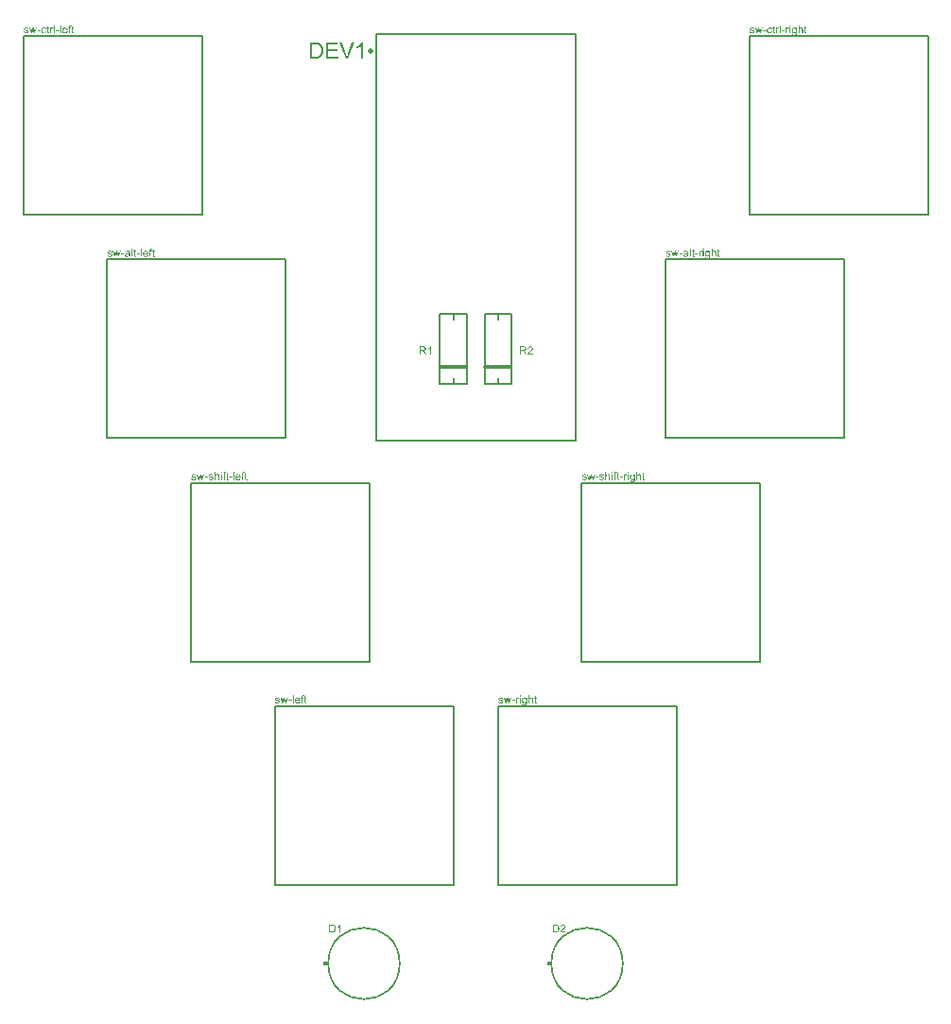
<source format=gto>
%FSLAX33Y33*%
%MOMM*%
%ADD10C,0.15*%
%ADD11C,0.5*%
%ADD12C,0.3*%
%ADD13C,6.55X6.25*%
%ADD14C,0.4*%
%ADD15C,6.55X6.25*%
D10*
%LNtop silkscreen_traces*%
%LNtop silkscreen component 7ec52513eab4e538*%
G01*
X49499Y11999D02*
X49499Y28001D01*
X65501Y28001*
X65501Y11999*
X49499Y11999*
G36*
X49530Y28406D02*
X49616Y28420D01*
X49622Y28395D01*
X49630Y28374D01*
X49642Y28355D01*
X49657Y28340D01*
X49676Y28327D01*
X49697Y28319D01*
X49722Y28313D01*
X49751Y28312D01*
X49779Y28313D01*
X49803Y28318D01*
X49824Y28326D01*
X49841Y28336D01*
X49853Y28349D01*
X49863Y28363D01*
X49868Y28378D01*
X49870Y28394D01*
X49868Y28408D01*
X49863Y28421D01*
X49855Y28432D01*
X49844Y28441D01*
X49832Y28447D01*
X49813Y28454D01*
X49787Y28462D01*
X49754Y28471D01*
X49710Y28483D01*
X49672Y28494D01*
X49643Y28504D01*
X49620Y28513D01*
X49603Y28523D01*
X49587Y28534D01*
X49574Y28548D01*
X49563Y28562D01*
X49555Y28579D01*
X49549Y28596D01*
X49545Y28613D01*
X49544Y28632D01*
X49545Y28649D01*
X49548Y28665D01*
X49553Y28681D01*
X49560Y28696D01*
X49569Y28710D01*
X49579Y28723D01*
X49590Y28735D01*
X49603Y28745D01*
X49614Y28753D01*
X49628Y28759D01*
X49642Y28765D01*
X49659Y28771D01*
X49677Y28776D01*
X49696Y28779D01*
X49715Y28781D01*
X49735Y28781D01*
X49765Y28780D01*
X49792Y28777D01*
X49818Y28772D01*
X49842Y28764D01*
X49864Y28754D01*
X49882Y28743D01*
X49898Y28731D01*
X49910Y28716D01*
X49921Y28700D01*
X49929Y28681D01*
X49936Y28660D01*
X49941Y28636D01*
X49855Y28624D01*
X49850Y28643D01*
X49843Y28660D01*
X49833Y28674D01*
X49821Y28687D01*
X49805Y28697D01*
X49787Y28704D01*
X49766Y28708D01*
X49741Y28709D01*
X49713Y28708D01*
X49690Y28704D01*
X49670Y28698D01*
X49655Y28689D01*
X49644Y28679D01*
X49636Y28667D01*
X49631Y28655D01*
X49629Y28642D01*
X49630Y28634D01*
X49632Y28626D01*
X49635Y28619D01*
X49640Y28612D01*
X49646Y28605D01*
X49654Y28599D01*
X49663Y28593D01*
X49674Y28588D01*
X49683Y28585D01*
X49700Y28580D01*
X49722Y28574D01*
X49751Y28566D01*
X49794Y28554D01*
X49830Y28543D01*
X49859Y28533D01*
X49881Y28525D01*
X49899Y28516D01*
X49914Y28505D01*
X49928Y28493D01*
X49939Y28479D01*
X49948Y28463D01*
X49955Y28445D01*
X49959Y28425D01*
X49960Y28404D01*
X49959Y28382D01*
X49954Y28361D01*
X49946Y28341D01*
X49935Y28321D01*
X49920Y28302D01*
X49903Y28286D01*
X49883Y28272D01*
X49861Y28261D01*
X49836Y28251D01*
X49809Y28245D01*
X49781Y28241D01*
X49751Y28239D01*
X49704Y28242D01*
X49662Y28250D01*
X49627Y28263D01*
X49597Y28281D01*
X49573Y28305D01*
X49554Y28334D01*
X49539Y28367D01*
X49530Y28406D01*
X49530Y28406D01*
X50160Y28251D02*
X50002Y28770D01*
X50093Y28770D01*
X50175Y28470D01*
X50206Y28359D01*
X50208Y28369D01*
X50214Y28390D01*
X50222Y28422D01*
X50233Y28466D01*
X50315Y28770D01*
X50406Y28770D01*
X50483Y28469D01*
X50509Y28370D01*
X50539Y28470D01*
X50628Y28770D01*
X50713Y28770D01*
X50551Y28251D01*
X50460Y28251D01*
X50377Y28562D01*
X50357Y28650D01*
X50252Y28251D01*
X50160Y28251D01*
X50160Y28251D01*
X50753Y28466D02*
X50753Y28554D01*
X51023Y28554D01*
X51023Y28466D01*
X50753Y28466D01*
X50753Y28466D01*
X51119Y28251D02*
X51119Y28770D01*
X51198Y28770D01*
X51198Y28691D01*
X51213Y28716D01*
X51227Y28737D01*
X51241Y28753D01*
X51254Y28764D01*
X51267Y28772D01*
X51281Y28777D01*
X51295Y28780D01*
X51310Y28781D01*
X51333Y28780D01*
X51355Y28774D01*
X51378Y28766D01*
X51401Y28753D01*
X51370Y28672D01*
X51354Y28680D01*
X51338Y28686D01*
X51322Y28689D01*
X51306Y28691D01*
X51292Y28690D01*
X51279Y28686D01*
X51266Y28681D01*
X51254Y28673D01*
X51244Y28664D01*
X51235Y28653D01*
X51227Y28640D01*
X51221Y28625D01*
X51215Y28601D01*
X51210Y28576D01*
X51208Y28550D01*
X51207Y28523D01*
X51207Y28251D01*
X51119Y28251D01*
X51119Y28251D01*
X51453Y28251D02*
X51453Y28770D01*
X51541Y28770D01*
X51541Y28251D01*
X51453Y28251D01*
X51453Y28251D01*
X51453Y28866D02*
X51453Y28967D01*
X51541Y28967D01*
X51541Y28866D01*
X51453Y28866D01*
X51453Y28866D01*
X51659Y28208D02*
X51744Y28196D01*
X51748Y28177D01*
X51755Y28161D01*
X51763Y28148D01*
X51774Y28138D01*
X51792Y28127D01*
X51813Y28120D01*
X51837Y28115D01*
X51864Y28114D01*
X51892Y28115D01*
X51918Y28120D01*
X51939Y28127D01*
X51958Y28138D01*
X51973Y28151D01*
X51986Y28167D01*
X51995Y28186D01*
X52003Y28206D01*
X52006Y28223D01*
X52008Y28248D01*
X52009Y28280D01*
X52009Y28319D01*
X51968Y28363D01*
X51975Y28371D01*
X51993Y28397D01*
X52006Y28430D01*
X52014Y28470D01*
X52016Y28517D01*
X52014Y28562D01*
X52006Y28600D01*
X51993Y28633D01*
X51974Y28660D01*
X51952Y28682D01*
X51928Y28697D01*
X51901Y28706D01*
X51872Y28709D01*
X51844Y28706D01*
X51818Y28697D01*
X51794Y28682D01*
X51773Y28661D01*
X51755Y28634D01*
X51742Y28602D01*
X51734Y28564D01*
X51732Y28520D01*
X51732Y28520D01*
X51734Y28472D01*
X51742Y28431D01*
X51754Y28398D01*
X51772Y28371D01*
X51794Y28350D01*
X51818Y28336D01*
X51845Y28327D01*
X51874Y28324D01*
X51903Y28327D01*
X51929Y28336D01*
X51954Y28350D01*
X51968Y28363D01*
X52009Y28319D01*
X51978Y28289D01*
X51944Y28268D01*
X51907Y28255D01*
X51865Y28251D01*
X51815Y28256D01*
X51771Y28270D01*
X51732Y28295D01*
X51700Y28328D01*
X51674Y28369D01*
X51656Y28413D01*
X51645Y28461D01*
X51641Y28513D01*
X51643Y28550D01*
X51648Y28585D01*
X51656Y28618D01*
X51668Y28650D01*
X51683Y28680D01*
X51701Y28706D01*
X51722Y28728D01*
X51746Y28747D01*
X51773Y28762D01*
X51802Y28773D01*
X51833Y28779D01*
X51866Y28781D01*
X51910Y28777D01*
X51950Y28763D01*
X51986Y28740D01*
X52017Y28707D01*
X52017Y28770D01*
X52098Y28770D01*
X52098Y28322D01*
X52097Y28265D01*
X52092Y28218D01*
X52085Y28180D01*
X52074Y28150D01*
X52060Y28126D01*
X52042Y28105D01*
X52021Y28086D01*
X51996Y28070D01*
X51967Y28057D01*
X51936Y28048D01*
X51902Y28043D01*
X51864Y28041D01*
X51820Y28043D01*
X51780Y28051D01*
X51745Y28064D01*
X51714Y28082D01*
X51689Y28106D01*
X51672Y28135D01*
X51662Y28169D01*
X51659Y28208D01*
X51659Y28208D01*
X52231Y28251D02*
X52231Y28967D01*
X52319Y28967D01*
X52319Y28710D01*
X52352Y28741D01*
X52389Y28764D01*
X52430Y28777D01*
X52474Y28781D01*
X52502Y28780D01*
X52528Y28776D01*
X52552Y28769D01*
X52574Y28759D01*
X52594Y28746D01*
X52611Y28732D01*
X52625Y28715D01*
X52635Y28696D01*
X52643Y28674D01*
X52649Y28647D01*
X52652Y28616D01*
X52654Y28580D01*
X52654Y28251D01*
X52566Y28251D01*
X52566Y28580D01*
X52564Y28611D01*
X52559Y28637D01*
X52550Y28659D01*
X52537Y28676D01*
X52521Y28689D01*
X52503Y28698D01*
X52481Y28704D01*
X52456Y28706D01*
X52437Y28705D01*
X52418Y28701D01*
X52400Y28694D01*
X52383Y28686D01*
X52367Y28674D01*
X52353Y28662D01*
X52342Y28647D01*
X52334Y28631D01*
X52327Y28612D01*
X52323Y28589D01*
X52320Y28564D01*
X52319Y28535D01*
X52319Y28251D01*
X52231Y28251D01*
X52231Y28251D01*
X52979Y28330D02*
X52992Y28252D01*
X52974Y28249D01*
X52957Y28246D01*
X52941Y28245D01*
X52926Y28244D01*
X52903Y28245D01*
X52883Y28248D01*
X52866Y28253D01*
X52851Y28260D01*
X52839Y28268D01*
X52829Y28277D01*
X52821Y28288D01*
X52814Y28299D01*
X52810Y28315D01*
X52806Y28338D01*
X52804Y28367D01*
X52803Y28403D01*
X52803Y28701D01*
X52739Y28701D01*
X52739Y28770D01*
X52803Y28770D01*
X52803Y28898D01*
X52891Y28951D01*
X52891Y28770D01*
X52979Y28770D01*
X52979Y28701D01*
X52891Y28701D01*
X52891Y28398D01*
X52891Y28381D01*
X52892Y28367D01*
X52893Y28357D01*
X52896Y28350D01*
X52898Y28345D01*
X52902Y28340D01*
X52906Y28336D01*
X52911Y28333D01*
X52916Y28330D01*
X52923Y28328D01*
X52931Y28327D01*
X52941Y28326D01*
X52949Y28327D01*
X52958Y28327D01*
X52968Y28328D01*
X52979Y28330D01*
X52979Y28330D01*
G37*
%LNtop silkscreen component 43527c7ee55a2564*%
X14499Y51999D02*
X14499Y68001D01*
X30501Y68001*
X30501Y51999*
X14499Y51999*
G36*
X14530Y68406D02*
X14616Y68420D01*
X14622Y68395D01*
X14630Y68374D01*
X14642Y68355D01*
X14657Y68340D01*
X14676Y68327D01*
X14697Y68319D01*
X14722Y68313D01*
X14751Y68312D01*
X14779Y68313D01*
X14803Y68318D01*
X14824Y68326D01*
X14841Y68336D01*
X14853Y68349D01*
X14863Y68363D01*
X14868Y68378D01*
X14870Y68394D01*
X14868Y68408D01*
X14863Y68421D01*
X14855Y68432D01*
X14844Y68441D01*
X14832Y68447D01*
X14813Y68454D01*
X14787Y68462D01*
X14754Y68471D01*
X14710Y68483D01*
X14672Y68494D01*
X14643Y68504D01*
X14620Y68513D01*
X14603Y68523D01*
X14587Y68534D01*
X14574Y68548D01*
X14563Y68562D01*
X14555Y68579D01*
X14549Y68596D01*
X14545Y68613D01*
X14544Y68632D01*
X14545Y68649D01*
X14548Y68665D01*
X14553Y68681D01*
X14560Y68696D01*
X14569Y68710D01*
X14579Y68723D01*
X14590Y68735D01*
X14603Y68745D01*
X14614Y68753D01*
X14628Y68759D01*
X14642Y68765D01*
X14659Y68771D01*
X14677Y68776D01*
X14696Y68779D01*
X14715Y68781D01*
X14735Y68781D01*
X14765Y68780D01*
X14792Y68777D01*
X14818Y68772D01*
X14842Y68764D01*
X14864Y68754D01*
X14882Y68743D01*
X14898Y68731D01*
X14910Y68716D01*
X14921Y68700D01*
X14929Y68681D01*
X14936Y68660D01*
X14941Y68636D01*
X14855Y68624D01*
X14850Y68643D01*
X14843Y68660D01*
X14833Y68674D01*
X14821Y68687D01*
X14805Y68697D01*
X14787Y68704D01*
X14766Y68708D01*
X14741Y68709D01*
X14713Y68708D01*
X14690Y68704D01*
X14670Y68698D01*
X14655Y68689D01*
X14644Y68679D01*
X14636Y68667D01*
X14631Y68655D01*
X14629Y68642D01*
X14630Y68634D01*
X14632Y68626D01*
X14635Y68619D01*
X14640Y68612D01*
X14646Y68605D01*
X14654Y68599D01*
X14663Y68593D01*
X14674Y68588D01*
X14683Y68585D01*
X14700Y68580D01*
X14722Y68574D01*
X14751Y68566D01*
X14794Y68554D01*
X14830Y68543D01*
X14859Y68533D01*
X14881Y68525D01*
X14899Y68516D01*
X14914Y68505D01*
X14928Y68493D01*
X14939Y68479D01*
X14948Y68463D01*
X14955Y68445D01*
X14959Y68425D01*
X14960Y68404D01*
X14959Y68382D01*
X14954Y68361D01*
X14946Y68341D01*
X14935Y68321D01*
X14920Y68302D01*
X14903Y68286D01*
X14883Y68272D01*
X14861Y68261D01*
X14836Y68251D01*
X14809Y68245D01*
X14781Y68241D01*
X14751Y68239D01*
X14704Y68242D01*
X14662Y68250D01*
X14627Y68263D01*
X14597Y68281D01*
X14573Y68305D01*
X14554Y68334D01*
X14539Y68367D01*
X14530Y68406D01*
X14530Y68406D01*
X15160Y68251D02*
X15002Y68770D01*
X15093Y68770D01*
X15175Y68470D01*
X15206Y68359D01*
X15208Y68369D01*
X15214Y68390D01*
X15222Y68422D01*
X15233Y68466D01*
X15315Y68770D01*
X15406Y68770D01*
X15483Y68469D01*
X15509Y68370D01*
X15539Y68470D01*
X15628Y68770D01*
X15713Y68770D01*
X15551Y68251D01*
X15460Y68251D01*
X15377Y68562D01*
X15357Y68650D01*
X15252Y68251D01*
X15160Y68251D01*
X15160Y68251D01*
X15753Y68466D02*
X15753Y68554D01*
X16023Y68554D01*
X16023Y68466D01*
X15753Y68466D01*
X15753Y68466D01*
X16458Y68315D02*
X16434Y68296D01*
X16431Y68294D01*
X16397Y68343D01*
X16413Y68357D01*
X16426Y68373D01*
X16437Y68391D01*
X16443Y68408D01*
X16447Y68428D01*
X16450Y68452D01*
X16451Y68479D01*
X16451Y68511D01*
X16451Y68511D01*
X16424Y68502D01*
X16391Y68493D01*
X16352Y68485D01*
X16307Y68478D01*
X16282Y68474D01*
X16261Y68470D01*
X16244Y68465D01*
X16231Y68461D01*
X16220Y68455D01*
X16211Y68449D01*
X16203Y68441D01*
X16196Y68432D01*
X16191Y68422D01*
X16187Y68412D01*
X16185Y68402D01*
X16184Y68390D01*
X16186Y68374D01*
X16191Y68358D01*
X16199Y68344D01*
X16210Y68332D01*
X16225Y68322D01*
X16243Y68314D01*
X16264Y68310D01*
X16288Y68308D01*
X16313Y68310D01*
X16336Y68314D01*
X16358Y68321D01*
X16379Y68331D01*
X16397Y68343D01*
X16431Y68294D01*
X16410Y68280D01*
X16387Y68267D01*
X16364Y68257D01*
X16341Y68249D01*
X16317Y68244D01*
X16293Y68241D01*
X16267Y68239D01*
X16227Y68242D01*
X16192Y68250D01*
X16161Y68263D01*
X16136Y68281D01*
X16116Y68304D01*
X16102Y68329D01*
X16093Y68357D01*
X16090Y68388D01*
X16091Y68407D01*
X16094Y68424D01*
X16100Y68441D01*
X16107Y68457D01*
X16117Y68472D01*
X16127Y68486D01*
X16140Y68498D01*
X16153Y68508D01*
X16167Y68517D01*
X16183Y68525D01*
X16199Y68531D01*
X16216Y68537D01*
X16231Y68540D01*
X16249Y68544D01*
X16270Y68547D01*
X16294Y68550D01*
X16344Y68557D01*
X16387Y68564D01*
X16422Y68572D01*
X16451Y68580D01*
X16451Y68589D01*
X16451Y68595D01*
X16451Y68600D01*
X16451Y68603D01*
X16450Y68628D01*
X16445Y68649D01*
X16437Y68666D01*
X16427Y68679D01*
X16408Y68692D01*
X16385Y68701D01*
X16358Y68707D01*
X16326Y68709D01*
X16297Y68707D01*
X16273Y68703D01*
X16252Y68696D01*
X16235Y68687D01*
X16221Y68674D01*
X16209Y68657D01*
X16199Y68636D01*
X16191Y68610D01*
X16105Y68622D01*
X16112Y68648D01*
X16121Y68672D01*
X16131Y68693D01*
X16144Y68711D01*
X16159Y68727D01*
X16177Y68741D01*
X16198Y68753D01*
X16221Y68763D01*
X16248Y68771D01*
X16276Y68777D01*
X16307Y68780D01*
X16339Y68781D01*
X16371Y68780D01*
X16399Y68778D01*
X16425Y68773D01*
X16447Y68766D01*
X16466Y68758D01*
X16483Y68748D01*
X16497Y68738D01*
X16508Y68727D01*
X16517Y68714D01*
X16525Y68700D01*
X16531Y68684D01*
X16535Y68667D01*
X16537Y68653D01*
X16539Y68635D01*
X16540Y68613D01*
X16540Y68586D01*
X16540Y68468D01*
X16540Y68413D01*
X16541Y68368D01*
X16543Y68335D01*
X16545Y68313D01*
X16549Y68297D01*
X16554Y68282D01*
X16560Y68266D01*
X16568Y68251D01*
X16476Y68251D01*
X16470Y68265D01*
X16465Y68281D01*
X16461Y68297D01*
X16458Y68315D01*
X16458Y68315D01*
X16674Y68251D02*
X16674Y68967D01*
X16762Y68967D01*
X16762Y68251D01*
X16674Y68251D01*
X16674Y68251D01*
X17090Y68330D02*
X17103Y68252D01*
X17085Y68249D01*
X17068Y68246D01*
X17052Y68245D01*
X17036Y68244D01*
X17014Y68245D01*
X16994Y68248D01*
X16977Y68253D01*
X16962Y68260D01*
X16950Y68268D01*
X16940Y68277D01*
X16931Y68288D01*
X16925Y68299D01*
X16920Y68315D01*
X16917Y68338D01*
X16915Y68367D01*
X16914Y68403D01*
X16914Y68701D01*
X16850Y68701D01*
X16850Y68770D01*
X16914Y68770D01*
X16914Y68898D01*
X17002Y68951D01*
X17002Y68770D01*
X17090Y68770D01*
X17090Y68701D01*
X17002Y68701D01*
X17002Y68398D01*
X17002Y68381D01*
X17003Y68367D01*
X17004Y68357D01*
X17006Y68350D01*
X17009Y68345D01*
X17012Y68340D01*
X17017Y68336D01*
X17022Y68333D01*
X17027Y68330D01*
X17034Y68328D01*
X17042Y68327D01*
X17052Y68326D01*
X17059Y68327D01*
X17069Y68327D01*
X17079Y68328D01*
X17090Y68330D01*
X17090Y68330D01*
X17142Y68466D02*
X17142Y68554D01*
X17412Y68554D01*
X17412Y68466D01*
X17142Y68466D01*
X17142Y68466D01*
X17507Y68251D02*
X17507Y68967D01*
X17595Y68967D01*
X17595Y68251D01*
X17507Y68251D01*
X17507Y68251D01*
X18086Y68418D02*
X18177Y68407D01*
X18164Y68369D01*
X18146Y68336D01*
X18124Y68308D01*
X18097Y68283D01*
X18066Y68264D01*
X18031Y68250D01*
X17992Y68242D01*
X17949Y68239D01*
X17895Y68244D01*
X17847Y68257D01*
X17805Y68279D01*
X17769Y68310D01*
X17739Y68348D01*
X17719Y68394D01*
X17706Y68446D01*
X17702Y68506D01*
X17706Y68568D01*
X17719Y68622D01*
X17740Y68669D01*
X17769Y68709D01*
X17805Y68741D01*
X17847Y68763D01*
X17893Y68777D01*
X17944Y68781D01*
X17951Y68781D01*
X17945Y68709D01*
X17916Y68707D01*
X17889Y68699D01*
X17865Y68686D01*
X17843Y68669D01*
X17825Y68647D01*
X17811Y68621D01*
X17802Y68593D01*
X17798Y68560D01*
X17798Y68560D01*
X18087Y68560D01*
X18083Y68591D01*
X18076Y68618D01*
X18066Y68640D01*
X18054Y68658D01*
X18031Y68681D01*
X18006Y68697D01*
X17977Y68706D01*
X17945Y68709D01*
X17951Y68781D01*
X17994Y68777D01*
X18039Y68764D01*
X18079Y68742D01*
X18114Y68711D01*
X18143Y68672D01*
X18163Y68625D01*
X18176Y68572D01*
X18180Y68511D01*
X18180Y68507D01*
X18180Y68502D01*
X18180Y68495D01*
X18179Y68488D01*
X17793Y68488D01*
X17798Y68448D01*
X17807Y68413D01*
X17822Y68382D01*
X17841Y68357D01*
X17864Y68337D01*
X17890Y68323D01*
X17918Y68315D01*
X17949Y68312D01*
X17973Y68313D01*
X17994Y68318D01*
X18014Y68326D01*
X18032Y68337D01*
X18048Y68352D01*
X18063Y68370D01*
X18075Y68392D01*
X18086Y68418D01*
X18086Y68418D01*
X18308Y68251D02*
X18308Y68701D01*
X18231Y68701D01*
X18231Y68770D01*
X18308Y68770D01*
X18308Y68825D01*
X18309Y68849D01*
X18311Y68870D01*
X18314Y68888D01*
X18318Y68903D01*
X18325Y68919D01*
X18335Y68934D01*
X18348Y68947D01*
X18362Y68958D01*
X18380Y68967D01*
X18401Y68974D01*
X18425Y68978D01*
X18452Y68979D01*
X18471Y68979D01*
X18491Y68977D01*
X18512Y68974D01*
X18534Y68970D01*
X18521Y68894D01*
X18507Y68896D01*
X18494Y68897D01*
X18481Y68898D01*
X18469Y68899D01*
X18450Y68898D01*
X18435Y68894D01*
X18422Y68889D01*
X18412Y68882D01*
X18405Y68871D01*
X18400Y68857D01*
X18397Y68839D01*
X18396Y68818D01*
X18396Y68770D01*
X18497Y68770D01*
X18497Y68701D01*
X18396Y68701D01*
X18396Y68251D01*
X18308Y68251D01*
X18308Y68251D01*
X18757Y68330D02*
X18770Y68252D01*
X18752Y68249D01*
X18735Y68246D01*
X18718Y68245D01*
X18703Y68244D01*
X18681Y68245D01*
X18661Y68248D01*
X18644Y68253D01*
X18629Y68260D01*
X18617Y68268D01*
X18607Y68277D01*
X18598Y68288D01*
X18592Y68299D01*
X18587Y68315D01*
X18584Y68338D01*
X18582Y68367D01*
X18581Y68403D01*
X18581Y68701D01*
X18517Y68701D01*
X18517Y68770D01*
X18581Y68770D01*
X18581Y68898D01*
X18669Y68951D01*
X18669Y68770D01*
X18757Y68770D01*
X18757Y68701D01*
X18669Y68701D01*
X18669Y68398D01*
X18669Y68381D01*
X18670Y68367D01*
X18671Y68357D01*
X18673Y68350D01*
X18676Y68345D01*
X18679Y68340D01*
X18684Y68336D01*
X18688Y68333D01*
X18694Y68330D01*
X18701Y68328D01*
X18709Y68327D01*
X18718Y68326D01*
X18726Y68327D01*
X18735Y68327D01*
X18746Y68328D01*
X18757Y68330D01*
X18757Y68330D01*
G37*
%LNtop silkscreen component d72f9bfd8d57e7ca*%
X21999Y31999D02*
X21999Y48001D01*
X38001Y48001*
X38001Y31999*
X21999Y31999*
G36*
X22030Y48406D02*
X22116Y48420D01*
X22122Y48395D01*
X22130Y48374D01*
X22142Y48355D01*
X22157Y48340D01*
X22176Y48327D01*
X22197Y48319D01*
X22222Y48313D01*
X22251Y48312D01*
X22279Y48313D01*
X22303Y48318D01*
X22324Y48326D01*
X22341Y48336D01*
X22353Y48349D01*
X22363Y48363D01*
X22368Y48378D01*
X22370Y48394D01*
X22368Y48408D01*
X22363Y48421D01*
X22355Y48432D01*
X22344Y48441D01*
X22332Y48447D01*
X22313Y48454D01*
X22287Y48462D01*
X22254Y48471D01*
X22210Y48483D01*
X22172Y48494D01*
X22143Y48504D01*
X22120Y48513D01*
X22103Y48523D01*
X22087Y48534D01*
X22074Y48548D01*
X22063Y48562D01*
X22055Y48579D01*
X22049Y48596D01*
X22045Y48613D01*
X22044Y48632D01*
X22045Y48649D01*
X22048Y48665D01*
X22053Y48681D01*
X22060Y48696D01*
X22069Y48710D01*
X22079Y48723D01*
X22090Y48735D01*
X22103Y48745D01*
X22114Y48753D01*
X22128Y48759D01*
X22142Y48765D01*
X22159Y48771D01*
X22177Y48776D01*
X22196Y48779D01*
X22215Y48781D01*
X22235Y48781D01*
X22265Y48780D01*
X22292Y48777D01*
X22318Y48772D01*
X22342Y48764D01*
X22364Y48754D01*
X22382Y48743D01*
X22398Y48731D01*
X22410Y48716D01*
X22421Y48700D01*
X22429Y48681D01*
X22436Y48660D01*
X22441Y48636D01*
X22355Y48624D01*
X22350Y48643D01*
X22343Y48660D01*
X22333Y48674D01*
X22321Y48687D01*
X22305Y48697D01*
X22287Y48704D01*
X22266Y48708D01*
X22241Y48709D01*
X22213Y48708D01*
X22190Y48704D01*
X22170Y48698D01*
X22155Y48689D01*
X22144Y48679D01*
X22136Y48667D01*
X22131Y48655D01*
X22129Y48642D01*
X22130Y48634D01*
X22132Y48626D01*
X22135Y48619D01*
X22140Y48612D01*
X22146Y48605D01*
X22154Y48599D01*
X22163Y48593D01*
X22174Y48588D01*
X22183Y48585D01*
X22200Y48580D01*
X22222Y48574D01*
X22251Y48566D01*
X22294Y48554D01*
X22330Y48543D01*
X22359Y48533D01*
X22381Y48525D01*
X22399Y48516D01*
X22414Y48505D01*
X22428Y48493D01*
X22439Y48479D01*
X22448Y48463D01*
X22455Y48445D01*
X22459Y48425D01*
X22460Y48404D01*
X22459Y48382D01*
X22454Y48361D01*
X22446Y48341D01*
X22435Y48321D01*
X22420Y48302D01*
X22403Y48286D01*
X22383Y48272D01*
X22361Y48261D01*
X22336Y48251D01*
X22309Y48245D01*
X22281Y48241D01*
X22251Y48239D01*
X22204Y48242D01*
X22162Y48250D01*
X22127Y48263D01*
X22097Y48281D01*
X22073Y48305D01*
X22054Y48334D01*
X22039Y48367D01*
X22030Y48406D01*
X22030Y48406D01*
X22660Y48251D02*
X22502Y48770D01*
X22593Y48770D01*
X22675Y48470D01*
X22706Y48359D01*
X22708Y48369D01*
X22714Y48390D01*
X22722Y48422D01*
X22733Y48466D01*
X22815Y48770D01*
X22906Y48770D01*
X22983Y48469D01*
X23009Y48370D01*
X23039Y48470D01*
X23128Y48770D01*
X23213Y48770D01*
X23051Y48251D01*
X22960Y48251D01*
X22877Y48562D01*
X22857Y48650D01*
X22752Y48251D01*
X22660Y48251D01*
X22660Y48251D01*
X23253Y48466D02*
X23253Y48554D01*
X23523Y48554D01*
X23523Y48466D01*
X23253Y48466D01*
X23253Y48466D01*
X23585Y48406D02*
X23672Y48420D01*
X23677Y48395D01*
X23686Y48374D01*
X23697Y48355D01*
X23712Y48340D01*
X23731Y48327D01*
X23753Y48319D01*
X23778Y48313D01*
X23806Y48312D01*
X23834Y48313D01*
X23859Y48318D01*
X23879Y48326D01*
X23896Y48336D01*
X23909Y48349D01*
X23918Y48363D01*
X23923Y48378D01*
X23925Y48394D01*
X23923Y48408D01*
X23919Y48421D01*
X23911Y48432D01*
X23899Y48441D01*
X23887Y48447D01*
X23868Y48454D01*
X23842Y48462D01*
X23809Y48471D01*
X23765Y48483D01*
X23728Y48494D01*
X23698Y48504D01*
X23675Y48513D01*
X23658Y48523D01*
X23642Y48534D01*
X23629Y48548D01*
X23619Y48562D01*
X23610Y48579D01*
X23604Y48596D01*
X23601Y48613D01*
X23599Y48632D01*
X23600Y48649D01*
X23603Y48665D01*
X23608Y48681D01*
X23615Y48696D01*
X23624Y48710D01*
X23634Y48723D01*
X23646Y48735D01*
X23658Y48745D01*
X23670Y48753D01*
X23683Y48759D01*
X23698Y48765D01*
X23714Y48771D01*
X23732Y48776D01*
X23751Y48779D01*
X23770Y48781D01*
X23790Y48781D01*
X23820Y48780D01*
X23848Y48777D01*
X23874Y48772D01*
X23898Y48764D01*
X23919Y48754D01*
X23938Y48743D01*
X23953Y48731D01*
X23966Y48716D01*
X23976Y48700D01*
X23984Y48681D01*
X23991Y48660D01*
X23996Y48636D01*
X23910Y48624D01*
X23906Y48643D01*
X23899Y48660D01*
X23889Y48674D01*
X23876Y48687D01*
X23861Y48697D01*
X23842Y48704D01*
X23821Y48708D01*
X23797Y48709D01*
X23769Y48708D01*
X23745Y48704D01*
X23725Y48698D01*
X23710Y48689D01*
X23699Y48679D01*
X23691Y48667D01*
X23686Y48655D01*
X23684Y48642D01*
X23685Y48634D01*
X23687Y48626D01*
X23690Y48619D01*
X23695Y48612D01*
X23701Y48605D01*
X23709Y48599D01*
X23718Y48593D01*
X23729Y48588D01*
X23739Y48585D01*
X23755Y48580D01*
X23777Y48574D01*
X23806Y48566D01*
X23850Y48554D01*
X23886Y48543D01*
X23915Y48533D01*
X23937Y48525D01*
X23954Y48516D01*
X23969Y48505D01*
X23983Y48493D01*
X23994Y48479D01*
X24004Y48463D01*
X24010Y48445D01*
X24014Y48425D01*
X24015Y48404D01*
X24014Y48382D01*
X24009Y48361D01*
X24001Y48341D01*
X23990Y48321D01*
X23976Y48302D01*
X23958Y48286D01*
X23939Y48272D01*
X23916Y48261D01*
X23891Y48251D01*
X23864Y48245D01*
X23836Y48241D01*
X23806Y48239D01*
X23759Y48242D01*
X23717Y48250D01*
X23682Y48263D01*
X23652Y48281D01*
X23628Y48305D01*
X23609Y48334D01*
X23594Y48367D01*
X23585Y48406D01*
X23585Y48406D01*
X24120Y48251D02*
X24120Y48967D01*
X24208Y48967D01*
X24208Y48710D01*
X24241Y48741D01*
X24277Y48764D01*
X24318Y48777D01*
X24363Y48781D01*
X24391Y48780D01*
X24417Y48776D01*
X24441Y48769D01*
X24463Y48759D01*
X24483Y48746D01*
X24500Y48732D01*
X24513Y48715D01*
X24524Y48696D01*
X24532Y48674D01*
X24538Y48647D01*
X24541Y48616D01*
X24542Y48580D01*
X24542Y48251D01*
X24454Y48251D01*
X24454Y48580D01*
X24453Y48611D01*
X24447Y48637D01*
X24438Y48659D01*
X24426Y48676D01*
X24410Y48689D01*
X24391Y48698D01*
X24370Y48704D01*
X24345Y48706D01*
X24326Y48705D01*
X24307Y48701D01*
X24289Y48694D01*
X24272Y48686D01*
X24256Y48674D01*
X24242Y48662D01*
X24231Y48647D01*
X24222Y48631D01*
X24216Y48612D01*
X24212Y48589D01*
X24209Y48564D01*
X24208Y48535D01*
X24208Y48251D01*
X24120Y48251D01*
X24120Y48251D01*
X24677Y48251D02*
X24677Y48770D01*
X24764Y48770D01*
X24764Y48251D01*
X24677Y48251D01*
X24677Y48251D01*
X24677Y48866D02*
X24677Y48967D01*
X24764Y48967D01*
X24764Y48866D01*
X24677Y48866D01*
X24677Y48866D01*
X24919Y48251D02*
X24919Y48701D01*
X24842Y48701D01*
X24842Y48770D01*
X24919Y48770D01*
X24919Y48825D01*
X24920Y48849D01*
X24922Y48870D01*
X24924Y48888D01*
X24929Y48903D01*
X24936Y48919D01*
X24946Y48934D01*
X24958Y48947D01*
X24973Y48958D01*
X24991Y48967D01*
X25012Y48974D01*
X25036Y48978D01*
X25063Y48979D01*
X25082Y48979D01*
X25102Y48977D01*
X25123Y48974D01*
X25145Y48970D01*
X25132Y48894D01*
X25118Y48896D01*
X25105Y48897D01*
X25092Y48898D01*
X25080Y48899D01*
X25061Y48898D01*
X25046Y48894D01*
X25033Y48889D01*
X25023Y48882D01*
X25016Y48871D01*
X25011Y48857D01*
X25008Y48839D01*
X25007Y48818D01*
X25007Y48770D01*
X25108Y48770D01*
X25108Y48701D01*
X25007Y48701D01*
X25007Y48251D01*
X24919Y48251D01*
X24919Y48251D01*
X25368Y48330D02*
X25381Y48252D01*
X25363Y48249D01*
X25346Y48246D01*
X25329Y48245D01*
X25314Y48244D01*
X25292Y48245D01*
X25272Y48248D01*
X25255Y48253D01*
X25240Y48260D01*
X25228Y48268D01*
X25218Y48277D01*
X25209Y48288D01*
X25203Y48299D01*
X25198Y48315D01*
X25195Y48338D01*
X25193Y48367D01*
X25192Y48403D01*
X25192Y48701D01*
X25128Y48701D01*
X25128Y48770D01*
X25192Y48770D01*
X25192Y48898D01*
X25280Y48951D01*
X25280Y48770D01*
X25368Y48770D01*
X25368Y48701D01*
X25280Y48701D01*
X25280Y48398D01*
X25280Y48381D01*
X25281Y48367D01*
X25282Y48357D01*
X25284Y48350D01*
X25287Y48345D01*
X25290Y48340D01*
X25294Y48336D01*
X25299Y48333D01*
X25305Y48330D01*
X25312Y48328D01*
X25320Y48327D01*
X25329Y48326D01*
X25337Y48327D01*
X25346Y48327D01*
X25357Y48328D01*
X25368Y48330D01*
X25368Y48330D01*
X25420Y48466D02*
X25420Y48554D01*
X25690Y48554D01*
X25690Y48466D01*
X25420Y48466D01*
X25420Y48466D01*
X25785Y48251D02*
X25785Y48967D01*
X25873Y48967D01*
X25873Y48251D01*
X25785Y48251D01*
X25785Y48251D01*
X26364Y48418D02*
X26455Y48407D01*
X26442Y48369D01*
X26424Y48336D01*
X26402Y48308D01*
X26375Y48283D01*
X26344Y48264D01*
X26309Y48250D01*
X26270Y48242D01*
X26227Y48239D01*
X26173Y48244D01*
X26125Y48257D01*
X26083Y48279D01*
X26046Y48310D01*
X26017Y48348D01*
X25996Y48394D01*
X25984Y48446D01*
X25980Y48506D01*
X25984Y48568D01*
X25997Y48622D01*
X26018Y48669D01*
X26047Y48709D01*
X26083Y48741D01*
X26125Y48763D01*
X26171Y48777D01*
X26222Y48781D01*
X26229Y48781D01*
X26223Y48709D01*
X26194Y48707D01*
X26167Y48699D01*
X26143Y48686D01*
X26121Y48669D01*
X26103Y48647D01*
X26089Y48621D01*
X26080Y48593D01*
X26075Y48560D01*
X26075Y48560D01*
X26365Y48560D01*
X26361Y48591D01*
X26354Y48618D01*
X26344Y48640D01*
X26332Y48658D01*
X26309Y48681D01*
X26284Y48697D01*
X26255Y48706D01*
X26223Y48709D01*
X26229Y48781D01*
X26272Y48777D01*
X26316Y48764D01*
X26357Y48742D01*
X26392Y48711D01*
X26421Y48672D01*
X26441Y48625D01*
X26454Y48572D01*
X26458Y48511D01*
X26458Y48507D01*
X26458Y48502D01*
X26457Y48495D01*
X26457Y48488D01*
X26071Y48488D01*
X26075Y48448D01*
X26085Y48413D01*
X26100Y48382D01*
X26119Y48357D01*
X26142Y48337D01*
X26168Y48323D01*
X26196Y48315D01*
X26227Y48312D01*
X26251Y48313D01*
X26272Y48318D01*
X26292Y48326D01*
X26310Y48337D01*
X26326Y48352D01*
X26340Y48370D01*
X26353Y48392D01*
X26364Y48418D01*
X26364Y48418D01*
X26586Y48251D02*
X26586Y48701D01*
X26509Y48701D01*
X26509Y48770D01*
X26586Y48770D01*
X26586Y48825D01*
X26587Y48849D01*
X26589Y48870D01*
X26591Y48888D01*
X26595Y48903D01*
X26603Y48919D01*
X26613Y48934D01*
X26625Y48947D01*
X26640Y48958D01*
X26658Y48967D01*
X26679Y48974D01*
X26703Y48978D01*
X26730Y48979D01*
X26749Y48979D01*
X26769Y48977D01*
X26790Y48974D01*
X26812Y48970D01*
X26799Y48894D01*
X26785Y48896D01*
X26772Y48897D01*
X26759Y48898D01*
X26747Y48899D01*
X26728Y48898D01*
X26713Y48894D01*
X26700Y48889D01*
X26690Y48882D01*
X26683Y48871D01*
X26678Y48857D01*
X26675Y48839D01*
X26674Y48818D01*
X26674Y48770D01*
X26775Y48770D01*
X26775Y48701D01*
X26674Y48701D01*
X26674Y48251D01*
X26586Y48251D01*
X26586Y48251D01*
X27035Y48330D02*
X27048Y48252D01*
X27030Y48249D01*
X27012Y48246D01*
X26996Y48245D01*
X26981Y48244D01*
X26959Y48245D01*
X26939Y48248D01*
X26922Y48253D01*
X26907Y48260D01*
X26895Y48268D01*
X26885Y48277D01*
X26876Y48288D01*
X26870Y48299D01*
X26865Y48315D01*
X26862Y48338D01*
X26860Y48367D01*
X26859Y48403D01*
X26859Y48701D01*
X26795Y48701D01*
X26795Y48770D01*
X26859Y48770D01*
X26859Y48898D01*
X26947Y48951D01*
X26947Y48770D01*
X27035Y48770D01*
X27035Y48701D01*
X26947Y48701D01*
X26947Y48398D01*
X26947Y48381D01*
X26948Y48367D01*
X26949Y48357D01*
X26951Y48350D01*
X26954Y48345D01*
X26957Y48340D01*
X26961Y48336D01*
X26966Y48333D01*
X26972Y48330D01*
X26979Y48328D01*
X26987Y48327D01*
X26996Y48326D01*
X27004Y48327D01*
X27013Y48327D01*
X27024Y48328D01*
X27035Y48330D01*
X27035Y48330D01*
G37*
%LNtop silkscreen component 2befe2d6c52f61c3*%
X64499Y51999D02*
X64499Y68001D01*
X80501Y68001*
X80501Y51999*
X64499Y51999*
G36*
X64530Y68406D02*
X64616Y68420D01*
X64622Y68395D01*
X64630Y68374D01*
X64642Y68355D01*
X64657Y68340D01*
X64676Y68327D01*
X64697Y68319D01*
X64722Y68313D01*
X64751Y68312D01*
X64779Y68313D01*
X64803Y68318D01*
X64824Y68326D01*
X64841Y68336D01*
X64853Y68349D01*
X64863Y68363D01*
X64868Y68378D01*
X64870Y68394D01*
X64868Y68408D01*
X64863Y68421D01*
X64855Y68432D01*
X64844Y68441D01*
X64832Y68447D01*
X64813Y68454D01*
X64787Y68462D01*
X64754Y68471D01*
X64710Y68483D01*
X64672Y68494D01*
X64643Y68504D01*
X64620Y68513D01*
X64603Y68523D01*
X64587Y68534D01*
X64574Y68548D01*
X64563Y68562D01*
X64555Y68579D01*
X64549Y68596D01*
X64545Y68613D01*
X64544Y68632D01*
X64545Y68649D01*
X64548Y68665D01*
X64553Y68681D01*
X64560Y68696D01*
X64569Y68710D01*
X64579Y68723D01*
X64590Y68735D01*
X64603Y68745D01*
X64614Y68753D01*
X64628Y68759D01*
X64642Y68765D01*
X64659Y68771D01*
X64677Y68776D01*
X64696Y68779D01*
X64715Y68781D01*
X64735Y68781D01*
X64765Y68780D01*
X64792Y68777D01*
X64818Y68772D01*
X64842Y68764D01*
X64864Y68754D01*
X64882Y68743D01*
X64898Y68731D01*
X64910Y68716D01*
X64921Y68700D01*
X64929Y68681D01*
X64936Y68660D01*
X64941Y68636D01*
X64855Y68624D01*
X64850Y68643D01*
X64843Y68660D01*
X64833Y68674D01*
X64821Y68687D01*
X64805Y68697D01*
X64787Y68704D01*
X64766Y68708D01*
X64741Y68709D01*
X64713Y68708D01*
X64690Y68704D01*
X64670Y68698D01*
X64655Y68689D01*
X64644Y68679D01*
X64636Y68667D01*
X64631Y68655D01*
X64629Y68642D01*
X64630Y68634D01*
X64632Y68626D01*
X64635Y68619D01*
X64640Y68612D01*
X64646Y68605D01*
X64654Y68599D01*
X64663Y68593D01*
X64674Y68588D01*
X64683Y68585D01*
X64700Y68580D01*
X64722Y68574D01*
X64751Y68566D01*
X64794Y68554D01*
X64830Y68543D01*
X64859Y68533D01*
X64881Y68525D01*
X64899Y68516D01*
X64914Y68505D01*
X64928Y68493D01*
X64939Y68479D01*
X64948Y68463D01*
X64955Y68445D01*
X64959Y68425D01*
X64960Y68404D01*
X64959Y68382D01*
X64954Y68361D01*
X64946Y68341D01*
X64935Y68321D01*
X64920Y68302D01*
X64903Y68286D01*
X64883Y68272D01*
X64861Y68261D01*
X64836Y68251D01*
X64809Y68245D01*
X64781Y68241D01*
X64751Y68239D01*
X64704Y68242D01*
X64662Y68250D01*
X64627Y68263D01*
X64597Y68281D01*
X64573Y68305D01*
X64554Y68334D01*
X64539Y68367D01*
X64530Y68406D01*
X64530Y68406D01*
X65160Y68251D02*
X65002Y68770D01*
X65093Y68770D01*
X65175Y68470D01*
X65206Y68359D01*
X65208Y68369D01*
X65214Y68390D01*
X65222Y68422D01*
X65233Y68466D01*
X65315Y68770D01*
X65406Y68770D01*
X65483Y68469D01*
X65509Y68370D01*
X65539Y68470D01*
X65628Y68770D01*
X65713Y68770D01*
X65551Y68251D01*
X65460Y68251D01*
X65377Y68562D01*
X65357Y68650D01*
X65252Y68251D01*
X65160Y68251D01*
X65160Y68251D01*
X65753Y68466D02*
X65753Y68554D01*
X66023Y68554D01*
X66023Y68466D01*
X65753Y68466D01*
X65753Y68466D01*
X66458Y68315D02*
X66434Y68296D01*
X66431Y68294D01*
X66397Y68343D01*
X66413Y68357D01*
X66426Y68373D01*
X66437Y68391D01*
X66443Y68408D01*
X66447Y68428D01*
X66450Y68452D01*
X66451Y68479D01*
X66451Y68511D01*
X66451Y68511D01*
X66424Y68502D01*
X66391Y68493D01*
X66352Y68485D01*
X66307Y68478D01*
X66282Y68474D01*
X66261Y68470D01*
X66244Y68465D01*
X66231Y68461D01*
X66220Y68455D01*
X66211Y68449D01*
X66203Y68441D01*
X66196Y68432D01*
X66191Y68422D01*
X66187Y68412D01*
X66185Y68402D01*
X66184Y68390D01*
X66186Y68374D01*
X66191Y68358D01*
X66199Y68344D01*
X66210Y68332D01*
X66225Y68322D01*
X66243Y68314D01*
X66264Y68310D01*
X66288Y68308D01*
X66313Y68310D01*
X66336Y68314D01*
X66358Y68321D01*
X66379Y68331D01*
X66397Y68343D01*
X66431Y68294D01*
X66410Y68280D01*
X66387Y68267D01*
X66364Y68257D01*
X66341Y68249D01*
X66317Y68244D01*
X66293Y68241D01*
X66267Y68239D01*
X66227Y68242D01*
X66192Y68250D01*
X66161Y68263D01*
X66136Y68281D01*
X66116Y68304D01*
X66102Y68329D01*
X66093Y68357D01*
X66090Y68388D01*
X66091Y68407D01*
X66094Y68424D01*
X66100Y68441D01*
X66107Y68457D01*
X66117Y68472D01*
X66127Y68486D01*
X66140Y68498D01*
X66153Y68508D01*
X66167Y68517D01*
X66183Y68525D01*
X66199Y68531D01*
X66216Y68537D01*
X66231Y68540D01*
X66249Y68544D01*
X66270Y68547D01*
X66294Y68550D01*
X66344Y68557D01*
X66387Y68564D01*
X66422Y68572D01*
X66451Y68580D01*
X66451Y68589D01*
X66451Y68595D01*
X66451Y68600D01*
X66451Y68603D01*
X66450Y68628D01*
X66445Y68649D01*
X66437Y68666D01*
X66427Y68679D01*
X66408Y68692D01*
X66385Y68701D01*
X66358Y68707D01*
X66326Y68709D01*
X66297Y68707D01*
X66273Y68703D01*
X66252Y68696D01*
X66235Y68687D01*
X66221Y68674D01*
X66209Y68657D01*
X66199Y68636D01*
X66191Y68610D01*
X66105Y68622D01*
X66112Y68648D01*
X66121Y68672D01*
X66131Y68693D01*
X66144Y68711D01*
X66159Y68727D01*
X66177Y68741D01*
X66198Y68753D01*
X66221Y68763D01*
X66248Y68771D01*
X66276Y68777D01*
X66307Y68780D01*
X66339Y68781D01*
X66371Y68780D01*
X66399Y68778D01*
X66425Y68773D01*
X66447Y68766D01*
X66466Y68758D01*
X66483Y68748D01*
X66497Y68738D01*
X66508Y68727D01*
X66517Y68714D01*
X66525Y68700D01*
X66531Y68684D01*
X66535Y68667D01*
X66537Y68653D01*
X66539Y68635D01*
X66540Y68613D01*
X66540Y68586D01*
X66540Y68468D01*
X66540Y68413D01*
X66541Y68368D01*
X66543Y68335D01*
X66545Y68313D01*
X66549Y68297D01*
X66554Y68282D01*
X66560Y68266D01*
X66568Y68251D01*
X66476Y68251D01*
X66470Y68265D01*
X66465Y68281D01*
X66461Y68297D01*
X66458Y68315D01*
X66458Y68315D01*
X66674Y68251D02*
X66674Y68967D01*
X66762Y68967D01*
X66762Y68251D01*
X66674Y68251D01*
X66674Y68251D01*
X67090Y68330D02*
X67103Y68252D01*
X67085Y68249D01*
X67068Y68246D01*
X67052Y68245D01*
X67036Y68244D01*
X67014Y68245D01*
X66994Y68248D01*
X66977Y68253D01*
X66962Y68260D01*
X66950Y68268D01*
X66940Y68277D01*
X66931Y68288D01*
X66925Y68299D01*
X66920Y68315D01*
X66917Y68338D01*
X66915Y68367D01*
X66914Y68403D01*
X66914Y68701D01*
X66850Y68701D01*
X66850Y68770D01*
X66914Y68770D01*
X66914Y68898D01*
X67002Y68951D01*
X67002Y68770D01*
X67090Y68770D01*
X67090Y68701D01*
X67002Y68701D01*
X67002Y68398D01*
X67002Y68381D01*
X67003Y68367D01*
X67004Y68357D01*
X67006Y68350D01*
X67009Y68345D01*
X67012Y68340D01*
X67017Y68336D01*
X67022Y68333D01*
X67027Y68330D01*
X67034Y68328D01*
X67042Y68327D01*
X67052Y68326D01*
X67059Y68327D01*
X67069Y68327D01*
X67079Y68328D01*
X67090Y68330D01*
X67090Y68330D01*
X67142Y68466D02*
X67142Y68554D01*
X67412Y68554D01*
X67412Y68466D01*
X67142Y68466D01*
X67142Y68466D01*
X67508Y68251D02*
X67508Y68770D01*
X67587Y68770D01*
X67587Y68691D01*
X67602Y68716D01*
X67616Y68737D01*
X67630Y68753D01*
X67643Y68764D01*
X67656Y68772D01*
X67670Y68777D01*
X67684Y68780D01*
X67699Y68781D01*
X67722Y68780D01*
X67744Y68774D01*
X67767Y68766D01*
X67790Y68753D01*
X67760Y68672D01*
X67743Y68680D01*
X67727Y68686D01*
X67711Y68689D01*
X67695Y68691D01*
X67681Y68690D01*
X67668Y68686D01*
X67655Y68681D01*
X67643Y68673D01*
X67633Y68664D01*
X67624Y68653D01*
X67616Y68640D01*
X67611Y68625D01*
X67604Y68601D01*
X67600Y68576D01*
X67597Y68550D01*
X67596Y68523D01*
X67596Y68251D01*
X67508Y68251D01*
X67508Y68251D01*
X67843Y68251D02*
X67843Y68770D01*
X67930Y68770D01*
X67930Y68251D01*
X67843Y68251D01*
X67843Y68251D01*
X67843Y68866D02*
X67843Y68967D01*
X67930Y68967D01*
X67930Y68866D01*
X67843Y68866D01*
X67843Y68866D01*
X68048Y68208D02*
X68134Y68196D01*
X68137Y68177D01*
X68144Y68161D01*
X68152Y68148D01*
X68163Y68138D01*
X68181Y68127D01*
X68202Y68120D01*
X68226Y68115D01*
X68253Y68114D01*
X68281Y68115D01*
X68307Y68120D01*
X68329Y68127D01*
X68347Y68138D01*
X68362Y68151D01*
X68375Y68167D01*
X68385Y68186D01*
X68392Y68206D01*
X68395Y68223D01*
X68397Y68248D01*
X68398Y68280D01*
X68398Y68319D01*
X68357Y68363D01*
X68364Y68371D01*
X68382Y68397D01*
X68395Y68430D01*
X68403Y68470D01*
X68405Y68517D01*
X68403Y68562D01*
X68395Y68600D01*
X68382Y68633D01*
X68363Y68660D01*
X68341Y68682D01*
X68317Y68697D01*
X68290Y68706D01*
X68261Y68709D01*
X68233Y68706D01*
X68207Y68697D01*
X68183Y68682D01*
X68162Y68661D01*
X68144Y68634D01*
X68131Y68602D01*
X68123Y68564D01*
X68121Y68520D01*
X68121Y68520D01*
X68123Y68472D01*
X68131Y68431D01*
X68144Y68398D01*
X68161Y68371D01*
X68183Y68350D01*
X68207Y68336D01*
X68234Y68327D01*
X68263Y68324D01*
X68292Y68327D01*
X68319Y68336D01*
X68343Y68350D01*
X68357Y68363D01*
X68398Y68319D01*
X68368Y68289D01*
X68333Y68268D01*
X68296Y68255D01*
X68255Y68251D01*
X68204Y68256D01*
X68160Y68270D01*
X68121Y68295D01*
X68089Y68328D01*
X68063Y68369D01*
X68045Y68413D01*
X68034Y68461D01*
X68030Y68513D01*
X68032Y68550D01*
X68037Y68585D01*
X68046Y68618D01*
X68057Y68650D01*
X68072Y68680D01*
X68090Y68706D01*
X68111Y68728D01*
X68135Y68747D01*
X68162Y68762D01*
X68191Y68773D01*
X68222Y68779D01*
X68255Y68781D01*
X68299Y68777D01*
X68339Y68763D01*
X68375Y68740D01*
X68406Y68707D01*
X68406Y68770D01*
X68488Y68770D01*
X68488Y68322D01*
X68486Y68265D01*
X68481Y68218D01*
X68474Y68180D01*
X68463Y68150D01*
X68449Y68126D01*
X68431Y68105D01*
X68410Y68086D01*
X68385Y68070D01*
X68356Y68057D01*
X68325Y68048D01*
X68291Y68043D01*
X68253Y68041D01*
X68209Y68043D01*
X68169Y68051D01*
X68134Y68064D01*
X68103Y68082D01*
X68078Y68106D01*
X68061Y68135D01*
X68051Y68169D01*
X68048Y68208D01*
X68048Y68208D01*
X68620Y68251D02*
X68620Y68967D01*
X68708Y68967D01*
X68708Y68710D01*
X68741Y68741D01*
X68778Y68764D01*
X68819Y68777D01*
X68863Y68781D01*
X68891Y68780D01*
X68917Y68776D01*
X68941Y68769D01*
X68964Y68759D01*
X68983Y68746D01*
X69000Y68732D01*
X69014Y68715D01*
X69024Y68696D01*
X69032Y68674D01*
X69038Y68647D01*
X69042Y68616D01*
X69043Y68580D01*
X69043Y68251D01*
X68955Y68251D01*
X68955Y68580D01*
X68953Y68611D01*
X68948Y68637D01*
X68939Y68659D01*
X68926Y68676D01*
X68910Y68689D01*
X68892Y68698D01*
X68870Y68704D01*
X68845Y68706D01*
X68826Y68705D01*
X68808Y68701D01*
X68789Y68694D01*
X68772Y68686D01*
X68756Y68674D01*
X68742Y68662D01*
X68731Y68647D01*
X68723Y68631D01*
X68716Y68612D01*
X68712Y68589D01*
X68709Y68564D01*
X68708Y68535D01*
X68708Y68251D01*
X68620Y68251D01*
X68620Y68251D01*
X69368Y68330D02*
X69381Y68252D01*
X69363Y68249D01*
X69346Y68246D01*
X69330Y68245D01*
X69315Y68244D01*
X69292Y68245D01*
X69272Y68248D01*
X69255Y68253D01*
X69240Y68260D01*
X69228Y68268D01*
X69218Y68277D01*
X69210Y68288D01*
X69203Y68299D01*
X69199Y68315D01*
X69195Y68338D01*
X69193Y68367D01*
X69193Y68403D01*
X69193Y68701D01*
X69128Y68701D01*
X69128Y68770D01*
X69193Y68770D01*
X69193Y68898D01*
X69280Y68951D01*
X69280Y68770D01*
X69368Y68770D01*
X69368Y68701D01*
X69280Y68701D01*
X69280Y68398D01*
X69280Y68381D01*
X69281Y68367D01*
X69283Y68357D01*
X69285Y68350D01*
X69287Y68345D01*
X69291Y68340D01*
X69295Y68336D01*
X69300Y68333D01*
X69306Y68330D01*
X69313Y68328D01*
X69321Y68327D01*
X69330Y68326D01*
X69338Y68327D01*
X69347Y68327D01*
X69357Y68328D01*
X69368Y68330D01*
X69368Y68330D01*
G37*
%LNtop silkscreen component fc323c8432a844fc*%
X56999Y31999D02*
X56999Y48001D01*
X73001Y48001*
X73001Y31999*
X56999Y31999*
G36*
X57030Y48406D02*
X57116Y48420D01*
X57122Y48395D01*
X57130Y48374D01*
X57142Y48355D01*
X57157Y48340D01*
X57176Y48327D01*
X57197Y48319D01*
X57222Y48313D01*
X57251Y48312D01*
X57279Y48313D01*
X57303Y48318D01*
X57324Y48326D01*
X57341Y48336D01*
X57353Y48349D01*
X57363Y48363D01*
X57368Y48378D01*
X57370Y48394D01*
X57368Y48408D01*
X57363Y48421D01*
X57355Y48432D01*
X57344Y48441D01*
X57332Y48447D01*
X57313Y48454D01*
X57287Y48462D01*
X57254Y48471D01*
X57210Y48483D01*
X57172Y48494D01*
X57143Y48504D01*
X57120Y48513D01*
X57103Y48523D01*
X57087Y48534D01*
X57074Y48548D01*
X57063Y48562D01*
X57055Y48579D01*
X57049Y48596D01*
X57045Y48613D01*
X57044Y48632D01*
X57045Y48649D01*
X57048Y48665D01*
X57053Y48681D01*
X57060Y48696D01*
X57069Y48710D01*
X57079Y48723D01*
X57090Y48735D01*
X57103Y48745D01*
X57114Y48753D01*
X57128Y48759D01*
X57142Y48765D01*
X57159Y48771D01*
X57177Y48776D01*
X57196Y48779D01*
X57215Y48781D01*
X57235Y48781D01*
X57265Y48780D01*
X57292Y48777D01*
X57318Y48772D01*
X57342Y48764D01*
X57364Y48754D01*
X57382Y48743D01*
X57398Y48731D01*
X57410Y48716D01*
X57421Y48700D01*
X57429Y48681D01*
X57436Y48660D01*
X57441Y48636D01*
X57355Y48624D01*
X57350Y48643D01*
X57343Y48660D01*
X57333Y48674D01*
X57321Y48687D01*
X57305Y48697D01*
X57287Y48704D01*
X57266Y48708D01*
X57241Y48709D01*
X57213Y48708D01*
X57190Y48704D01*
X57170Y48698D01*
X57155Y48689D01*
X57144Y48679D01*
X57136Y48667D01*
X57131Y48655D01*
X57129Y48642D01*
X57130Y48634D01*
X57132Y48626D01*
X57135Y48619D01*
X57140Y48612D01*
X57146Y48605D01*
X57154Y48599D01*
X57163Y48593D01*
X57174Y48588D01*
X57183Y48585D01*
X57200Y48580D01*
X57222Y48574D01*
X57251Y48566D01*
X57294Y48554D01*
X57330Y48543D01*
X57359Y48533D01*
X57381Y48525D01*
X57399Y48516D01*
X57414Y48505D01*
X57428Y48493D01*
X57439Y48479D01*
X57448Y48463D01*
X57455Y48445D01*
X57459Y48425D01*
X57460Y48404D01*
X57459Y48382D01*
X57454Y48361D01*
X57446Y48341D01*
X57435Y48321D01*
X57420Y48302D01*
X57403Y48286D01*
X57383Y48272D01*
X57361Y48261D01*
X57336Y48251D01*
X57309Y48245D01*
X57281Y48241D01*
X57251Y48239D01*
X57204Y48242D01*
X57162Y48250D01*
X57127Y48263D01*
X57097Y48281D01*
X57073Y48305D01*
X57054Y48334D01*
X57039Y48367D01*
X57030Y48406D01*
X57030Y48406D01*
X57660Y48251D02*
X57502Y48770D01*
X57593Y48770D01*
X57675Y48470D01*
X57706Y48359D01*
X57708Y48369D01*
X57714Y48390D01*
X57722Y48422D01*
X57733Y48466D01*
X57815Y48770D01*
X57906Y48770D01*
X57983Y48469D01*
X58009Y48370D01*
X58039Y48470D01*
X58128Y48770D01*
X58213Y48770D01*
X58051Y48251D01*
X57960Y48251D01*
X57877Y48562D01*
X57857Y48650D01*
X57752Y48251D01*
X57660Y48251D01*
X57660Y48251D01*
X58253Y48466D02*
X58253Y48554D01*
X58523Y48554D01*
X58523Y48466D01*
X58253Y48466D01*
X58253Y48466D01*
X58585Y48406D02*
X58672Y48420D01*
X58677Y48395D01*
X58686Y48374D01*
X58697Y48355D01*
X58712Y48340D01*
X58731Y48327D01*
X58753Y48319D01*
X58778Y48313D01*
X58806Y48312D01*
X58834Y48313D01*
X58859Y48318D01*
X58879Y48326D01*
X58896Y48336D01*
X58909Y48349D01*
X58918Y48363D01*
X58923Y48378D01*
X58925Y48394D01*
X58923Y48408D01*
X58919Y48421D01*
X58911Y48432D01*
X58899Y48441D01*
X58887Y48447D01*
X58868Y48454D01*
X58842Y48462D01*
X58809Y48471D01*
X58765Y48483D01*
X58728Y48494D01*
X58698Y48504D01*
X58675Y48513D01*
X58658Y48523D01*
X58642Y48534D01*
X58629Y48548D01*
X58619Y48562D01*
X58610Y48579D01*
X58604Y48596D01*
X58601Y48613D01*
X58599Y48632D01*
X58600Y48649D01*
X58603Y48665D01*
X58608Y48681D01*
X58615Y48696D01*
X58624Y48710D01*
X58634Y48723D01*
X58646Y48735D01*
X58658Y48745D01*
X58670Y48753D01*
X58683Y48759D01*
X58698Y48765D01*
X58714Y48771D01*
X58732Y48776D01*
X58751Y48779D01*
X58770Y48781D01*
X58790Y48781D01*
X58820Y48780D01*
X58848Y48777D01*
X58874Y48772D01*
X58898Y48764D01*
X58919Y48754D01*
X58938Y48743D01*
X58953Y48731D01*
X58966Y48716D01*
X58976Y48700D01*
X58984Y48681D01*
X58991Y48660D01*
X58996Y48636D01*
X58910Y48624D01*
X58906Y48643D01*
X58899Y48660D01*
X58889Y48674D01*
X58876Y48687D01*
X58861Y48697D01*
X58842Y48704D01*
X58821Y48708D01*
X58797Y48709D01*
X58769Y48708D01*
X58745Y48704D01*
X58725Y48698D01*
X58710Y48689D01*
X58699Y48679D01*
X58691Y48667D01*
X58686Y48655D01*
X58684Y48642D01*
X58685Y48634D01*
X58687Y48626D01*
X58690Y48619D01*
X58695Y48612D01*
X58701Y48605D01*
X58709Y48599D01*
X58718Y48593D01*
X58729Y48588D01*
X58739Y48585D01*
X58755Y48580D01*
X58777Y48574D01*
X58806Y48566D01*
X58850Y48554D01*
X58886Y48543D01*
X58915Y48533D01*
X58937Y48525D01*
X58954Y48516D01*
X58969Y48505D01*
X58983Y48493D01*
X58994Y48479D01*
X59004Y48463D01*
X59010Y48445D01*
X59014Y48425D01*
X59015Y48404D01*
X59014Y48382D01*
X59009Y48361D01*
X59001Y48341D01*
X58990Y48321D01*
X58976Y48302D01*
X58958Y48286D01*
X58939Y48272D01*
X58916Y48261D01*
X58891Y48251D01*
X58864Y48245D01*
X58836Y48241D01*
X58806Y48239D01*
X58759Y48242D01*
X58717Y48250D01*
X58682Y48263D01*
X58652Y48281D01*
X58628Y48305D01*
X58609Y48334D01*
X58594Y48367D01*
X58585Y48406D01*
X58585Y48406D01*
X59120Y48251D02*
X59120Y48967D01*
X59208Y48967D01*
X59208Y48710D01*
X59241Y48741D01*
X59277Y48764D01*
X59318Y48777D01*
X59363Y48781D01*
X59391Y48780D01*
X59417Y48776D01*
X59441Y48769D01*
X59463Y48759D01*
X59483Y48746D01*
X59500Y48732D01*
X59513Y48715D01*
X59524Y48696D01*
X59532Y48674D01*
X59538Y48647D01*
X59541Y48616D01*
X59542Y48580D01*
X59542Y48251D01*
X59454Y48251D01*
X59454Y48580D01*
X59453Y48611D01*
X59447Y48637D01*
X59438Y48659D01*
X59426Y48676D01*
X59410Y48689D01*
X59391Y48698D01*
X59370Y48704D01*
X59345Y48706D01*
X59326Y48705D01*
X59307Y48701D01*
X59289Y48694D01*
X59272Y48686D01*
X59256Y48674D01*
X59242Y48662D01*
X59231Y48647D01*
X59222Y48631D01*
X59216Y48612D01*
X59212Y48589D01*
X59209Y48564D01*
X59208Y48535D01*
X59208Y48251D01*
X59120Y48251D01*
X59120Y48251D01*
X59677Y48251D02*
X59677Y48770D01*
X59764Y48770D01*
X59764Y48251D01*
X59677Y48251D01*
X59677Y48251D01*
X59677Y48866D02*
X59677Y48967D01*
X59764Y48967D01*
X59764Y48866D01*
X59677Y48866D01*
X59677Y48866D01*
X59919Y48251D02*
X59919Y48701D01*
X59842Y48701D01*
X59842Y48770D01*
X59919Y48770D01*
X59919Y48825D01*
X59920Y48849D01*
X59922Y48870D01*
X59924Y48888D01*
X59929Y48903D01*
X59936Y48919D01*
X59946Y48934D01*
X59958Y48947D01*
X59973Y48958D01*
X59991Y48967D01*
X60012Y48974D01*
X60036Y48978D01*
X60063Y48979D01*
X60082Y48979D01*
X60102Y48977D01*
X60123Y48974D01*
X60145Y48970D01*
X60132Y48894D01*
X60118Y48896D01*
X60105Y48897D01*
X60092Y48898D01*
X60080Y48899D01*
X60061Y48898D01*
X60046Y48894D01*
X60033Y48889D01*
X60023Y48882D01*
X60016Y48871D01*
X60011Y48857D01*
X60008Y48839D01*
X60007Y48818D01*
X60007Y48770D01*
X60108Y48770D01*
X60108Y48701D01*
X60007Y48701D01*
X60007Y48251D01*
X59919Y48251D01*
X59919Y48251D01*
X60368Y48330D02*
X60381Y48252D01*
X60363Y48249D01*
X60346Y48246D01*
X60329Y48245D01*
X60314Y48244D01*
X60292Y48245D01*
X60272Y48248D01*
X60255Y48253D01*
X60240Y48260D01*
X60228Y48268D01*
X60218Y48277D01*
X60209Y48288D01*
X60203Y48299D01*
X60198Y48315D01*
X60195Y48338D01*
X60193Y48367D01*
X60192Y48403D01*
X60192Y48701D01*
X60128Y48701D01*
X60128Y48770D01*
X60192Y48770D01*
X60192Y48898D01*
X60280Y48951D01*
X60280Y48770D01*
X60368Y48770D01*
X60368Y48701D01*
X60280Y48701D01*
X60280Y48398D01*
X60280Y48381D01*
X60281Y48367D01*
X60282Y48357D01*
X60284Y48350D01*
X60287Y48345D01*
X60290Y48340D01*
X60294Y48336D01*
X60299Y48333D01*
X60305Y48330D01*
X60312Y48328D01*
X60320Y48327D01*
X60329Y48326D01*
X60337Y48327D01*
X60346Y48327D01*
X60357Y48328D01*
X60368Y48330D01*
X60368Y48330D01*
X60420Y48466D02*
X60420Y48554D01*
X60690Y48554D01*
X60690Y48466D01*
X60420Y48466D01*
X60420Y48466D01*
X60786Y48251D02*
X60786Y48770D01*
X60865Y48770D01*
X60865Y48691D01*
X60880Y48716D01*
X60894Y48737D01*
X60908Y48753D01*
X60921Y48764D01*
X60934Y48772D01*
X60948Y48777D01*
X60962Y48780D01*
X60977Y48781D01*
X61000Y48780D01*
X61022Y48774D01*
X61045Y48766D01*
X61068Y48753D01*
X61037Y48672D01*
X61021Y48680D01*
X61005Y48686D01*
X60989Y48689D01*
X60973Y48691D01*
X60959Y48690D01*
X60946Y48686D01*
X60933Y48681D01*
X60921Y48673D01*
X60911Y48664D01*
X60902Y48653D01*
X60894Y48640D01*
X60888Y48625D01*
X60882Y48601D01*
X60877Y48576D01*
X60875Y48550D01*
X60874Y48523D01*
X60874Y48251D01*
X60786Y48251D01*
X60786Y48251D01*
X61120Y48251D02*
X61120Y48770D01*
X61208Y48770D01*
X61208Y48251D01*
X61120Y48251D01*
X61120Y48251D01*
X61120Y48866D02*
X61120Y48967D01*
X61208Y48967D01*
X61208Y48866D01*
X61120Y48866D01*
X61120Y48866D01*
X61326Y48208D02*
X61411Y48196D01*
X61415Y48177D01*
X61421Y48161D01*
X61430Y48148D01*
X61441Y48138D01*
X61459Y48127D01*
X61480Y48120D01*
X61504Y48115D01*
X61531Y48114D01*
X61559Y48115D01*
X61585Y48120D01*
X61606Y48127D01*
X61625Y48138D01*
X61640Y48151D01*
X61653Y48167D01*
X61662Y48186D01*
X61670Y48206D01*
X61673Y48223D01*
X61675Y48248D01*
X61676Y48280D01*
X61676Y48319D01*
X61635Y48363D01*
X61642Y48371D01*
X61660Y48397D01*
X61673Y48430D01*
X61681Y48470D01*
X61683Y48517D01*
X61681Y48562D01*
X61673Y48600D01*
X61660Y48633D01*
X61641Y48660D01*
X61619Y48682D01*
X61595Y48697D01*
X61568Y48706D01*
X61539Y48709D01*
X61511Y48706D01*
X61485Y48697D01*
X61461Y48682D01*
X61440Y48661D01*
X61422Y48634D01*
X61409Y48602D01*
X61401Y48564D01*
X61399Y48520D01*
X61399Y48520D01*
X61401Y48472D01*
X61409Y48431D01*
X61421Y48398D01*
X61439Y48371D01*
X61461Y48350D01*
X61485Y48336D01*
X61512Y48327D01*
X61541Y48324D01*
X61570Y48327D01*
X61596Y48336D01*
X61621Y48350D01*
X61635Y48363D01*
X61676Y48319D01*
X61645Y48289D01*
X61611Y48268D01*
X61574Y48255D01*
X61532Y48251D01*
X61482Y48256D01*
X61438Y48270D01*
X61399Y48295D01*
X61367Y48328D01*
X61341Y48369D01*
X61323Y48413D01*
X61312Y48461D01*
X61308Y48513D01*
X61310Y48550D01*
X61315Y48585D01*
X61323Y48618D01*
X61335Y48650D01*
X61350Y48680D01*
X61368Y48706D01*
X61389Y48728D01*
X61413Y48747D01*
X61440Y48762D01*
X61469Y48773D01*
X61500Y48779D01*
X61533Y48781D01*
X61577Y48777D01*
X61617Y48763D01*
X61653Y48740D01*
X61684Y48707D01*
X61684Y48770D01*
X61765Y48770D01*
X61765Y48322D01*
X61764Y48265D01*
X61759Y48218D01*
X61751Y48180D01*
X61741Y48150D01*
X61727Y48126D01*
X61709Y48105D01*
X61688Y48086D01*
X61663Y48070D01*
X61634Y48057D01*
X61603Y48048D01*
X61569Y48043D01*
X61531Y48041D01*
X61487Y48043D01*
X61447Y48051D01*
X61412Y48064D01*
X61381Y48082D01*
X61356Y48106D01*
X61339Y48135D01*
X61329Y48169D01*
X61326Y48208D01*
X61326Y48208D01*
X61898Y48251D02*
X61898Y48967D01*
X61986Y48967D01*
X61986Y48710D01*
X62019Y48741D01*
X62056Y48764D01*
X62096Y48777D01*
X62141Y48781D01*
X62169Y48780D01*
X62195Y48776D01*
X62219Y48769D01*
X62241Y48759D01*
X62261Y48746D01*
X62278Y48732D01*
X62292Y48715D01*
X62302Y48696D01*
X62310Y48674D01*
X62316Y48647D01*
X62319Y48616D01*
X62321Y48580D01*
X62321Y48251D01*
X62233Y48251D01*
X62233Y48580D01*
X62231Y48611D01*
X62226Y48637D01*
X62217Y48659D01*
X62204Y48676D01*
X62188Y48689D01*
X62170Y48698D01*
X62148Y48704D01*
X62123Y48706D01*
X62104Y48705D01*
X62085Y48701D01*
X62067Y48694D01*
X62050Y48686D01*
X62034Y48674D01*
X62020Y48662D01*
X62009Y48647D01*
X62001Y48631D01*
X61994Y48612D01*
X61990Y48589D01*
X61987Y48564D01*
X61986Y48535D01*
X61986Y48251D01*
X61898Y48251D01*
X61898Y48251D01*
X62646Y48330D02*
X62659Y48252D01*
X62641Y48249D01*
X62624Y48246D01*
X62608Y48245D01*
X62593Y48244D01*
X62570Y48245D01*
X62550Y48248D01*
X62533Y48253D01*
X62518Y48260D01*
X62506Y48268D01*
X62496Y48277D01*
X62488Y48288D01*
X62481Y48299D01*
X62477Y48315D01*
X62473Y48338D01*
X62471Y48367D01*
X62470Y48403D01*
X62470Y48701D01*
X62406Y48701D01*
X62406Y48770D01*
X62470Y48770D01*
X62470Y48898D01*
X62558Y48951D01*
X62558Y48770D01*
X62646Y48770D01*
X62646Y48701D01*
X62558Y48701D01*
X62558Y48398D01*
X62558Y48381D01*
X62559Y48367D01*
X62560Y48357D01*
X62563Y48350D01*
X62565Y48345D01*
X62569Y48340D01*
X62573Y48336D01*
X62578Y48333D01*
X62583Y48330D01*
X62590Y48328D01*
X62598Y48327D01*
X62608Y48326D01*
X62616Y48327D01*
X62625Y48327D01*
X62635Y48328D01*
X62646Y48330D01*
X62646Y48330D01*
G37*
%LNtop silkscreen component 1cbee34cdb0d41a6*%
X6999Y71999D02*
X6999Y88001D01*
X23001Y88001*
X23001Y71999*
X6999Y71999*
G36*
X7030Y88406D02*
X7116Y88420D01*
X7122Y88395D01*
X7130Y88374D01*
X7142Y88355D01*
X7157Y88340D01*
X7176Y88327D01*
X7197Y88319D01*
X7222Y88313D01*
X7251Y88312D01*
X7279Y88313D01*
X7303Y88318D01*
X7324Y88326D01*
X7341Y88336D01*
X7353Y88349D01*
X7363Y88363D01*
X7368Y88378D01*
X7370Y88394D01*
X7368Y88408D01*
X7363Y88421D01*
X7355Y88432D01*
X7344Y88441D01*
X7332Y88447D01*
X7313Y88454D01*
X7287Y88462D01*
X7254Y88471D01*
X7210Y88483D01*
X7172Y88494D01*
X7143Y88504D01*
X7120Y88513D01*
X7103Y88523D01*
X7087Y88534D01*
X7074Y88548D01*
X7063Y88562D01*
X7055Y88579D01*
X7049Y88596D01*
X7045Y88613D01*
X7044Y88632D01*
X7045Y88649D01*
X7048Y88665D01*
X7053Y88681D01*
X7060Y88696D01*
X7069Y88710D01*
X7079Y88723D01*
X7090Y88735D01*
X7103Y88745D01*
X7114Y88753D01*
X7128Y88759D01*
X7142Y88765D01*
X7159Y88771D01*
X7177Y88776D01*
X7196Y88779D01*
X7215Y88781D01*
X7235Y88781D01*
X7265Y88780D01*
X7292Y88777D01*
X7318Y88772D01*
X7342Y88764D01*
X7364Y88754D01*
X7382Y88743D01*
X7398Y88731D01*
X7410Y88716D01*
X7421Y88700D01*
X7429Y88681D01*
X7436Y88660D01*
X7441Y88636D01*
X7355Y88624D01*
X7350Y88643D01*
X7343Y88660D01*
X7333Y88674D01*
X7321Y88687D01*
X7305Y88697D01*
X7287Y88704D01*
X7266Y88708D01*
X7241Y88709D01*
X7213Y88708D01*
X7190Y88704D01*
X7170Y88698D01*
X7155Y88689D01*
X7144Y88679D01*
X7136Y88667D01*
X7131Y88655D01*
X7129Y88642D01*
X7130Y88634D01*
X7132Y88626D01*
X7135Y88619D01*
X7140Y88612D01*
X7146Y88605D01*
X7154Y88599D01*
X7163Y88593D01*
X7174Y88588D01*
X7183Y88585D01*
X7200Y88580D01*
X7222Y88574D01*
X7251Y88566D01*
X7294Y88554D01*
X7330Y88543D01*
X7359Y88533D01*
X7381Y88525D01*
X7399Y88516D01*
X7414Y88505D01*
X7428Y88493D01*
X7439Y88479D01*
X7448Y88463D01*
X7455Y88445D01*
X7459Y88425D01*
X7460Y88404D01*
X7459Y88382D01*
X7454Y88361D01*
X7446Y88341D01*
X7435Y88321D01*
X7420Y88302D01*
X7403Y88286D01*
X7383Y88272D01*
X7361Y88261D01*
X7336Y88251D01*
X7309Y88245D01*
X7281Y88241D01*
X7251Y88239D01*
X7204Y88242D01*
X7162Y88250D01*
X7127Y88263D01*
X7097Y88281D01*
X7073Y88305D01*
X7054Y88334D01*
X7039Y88367D01*
X7030Y88406D01*
X7030Y88406D01*
X7660Y88251D02*
X7502Y88770D01*
X7593Y88770D01*
X7675Y88470D01*
X7706Y88359D01*
X7708Y88369D01*
X7714Y88390D01*
X7722Y88422D01*
X7733Y88466D01*
X7815Y88770D01*
X7906Y88770D01*
X7983Y88469D01*
X8009Y88370D01*
X8039Y88470D01*
X8128Y88770D01*
X8213Y88770D01*
X8051Y88251D01*
X7960Y88251D01*
X7877Y88562D01*
X7857Y88650D01*
X7752Y88251D01*
X7660Y88251D01*
X7660Y88251D01*
X8253Y88466D02*
X8253Y88554D01*
X8523Y88554D01*
X8523Y88466D01*
X8253Y88466D01*
X8253Y88466D01*
X8958Y88441D02*
X9045Y88430D01*
X9035Y88388D01*
X9020Y88350D01*
X8999Y88318D01*
X8972Y88290D01*
X8941Y88268D01*
X8907Y88252D01*
X8870Y88243D01*
X8829Y88239D01*
X8778Y88244D01*
X8733Y88257D01*
X8693Y88279D01*
X8658Y88309D01*
X8629Y88348D01*
X8609Y88394D01*
X8597Y88447D01*
X8593Y88509D01*
X8595Y88549D01*
X8600Y88587D01*
X8609Y88623D01*
X8621Y88655D01*
X8637Y88685D01*
X8656Y88711D01*
X8679Y88732D01*
X8706Y88750D01*
X8735Y88764D01*
X8765Y88774D01*
X8797Y88780D01*
X8829Y88781D01*
X8870Y88779D01*
X8906Y88771D01*
X8939Y88757D01*
X8968Y88739D01*
X8992Y88715D01*
X9012Y88687D01*
X9026Y88654D01*
X9036Y88617D01*
X8951Y88604D01*
X8944Y88629D01*
X8934Y88650D01*
X8922Y88668D01*
X8908Y88683D01*
X8891Y88694D01*
X8874Y88703D01*
X8854Y88708D01*
X8833Y88709D01*
X8801Y88706D01*
X8773Y88697D01*
X8747Y88682D01*
X8725Y88662D01*
X8707Y88634D01*
X8694Y88600D01*
X8686Y88559D01*
X8683Y88511D01*
X8686Y88462D01*
X8693Y88421D01*
X8706Y88386D01*
X8723Y88359D01*
X8745Y88338D01*
X8770Y88324D01*
X8797Y88315D01*
X8828Y88312D01*
X8853Y88314D01*
X8875Y88320D01*
X8896Y88330D01*
X8914Y88343D01*
X8930Y88361D01*
X8943Y88384D01*
X8952Y88410D01*
X8958Y88441D01*
X8958Y88441D01*
X9312Y88330D02*
X9325Y88252D01*
X9306Y88249D01*
X9289Y88246D01*
X9273Y88245D01*
X9258Y88244D01*
X9236Y88245D01*
X9216Y88248D01*
X9198Y88253D01*
X9184Y88260D01*
X9172Y88268D01*
X9161Y88277D01*
X9153Y88288D01*
X9147Y88299D01*
X9142Y88315D01*
X9139Y88338D01*
X9137Y88367D01*
X9136Y88403D01*
X9136Y88701D01*
X9072Y88701D01*
X9072Y88770D01*
X9136Y88770D01*
X9136Y88898D01*
X9223Y88951D01*
X9223Y88770D01*
X9312Y88770D01*
X9312Y88701D01*
X9223Y88701D01*
X9223Y88398D01*
X9224Y88381D01*
X9225Y88367D01*
X9226Y88357D01*
X9228Y88350D01*
X9231Y88345D01*
X9234Y88340D01*
X9238Y88336D01*
X9243Y88333D01*
X9249Y88330D01*
X9256Y88328D01*
X9264Y88327D01*
X9273Y88326D01*
X9281Y88327D01*
X9290Y88327D01*
X9300Y88328D01*
X9312Y88330D01*
X9312Y88330D01*
X9397Y88251D02*
X9397Y88770D01*
X9476Y88770D01*
X9476Y88691D01*
X9491Y88716D01*
X9505Y88737D01*
X9519Y88753D01*
X9532Y88764D01*
X9545Y88772D01*
X9559Y88777D01*
X9573Y88780D01*
X9588Y88781D01*
X9611Y88780D01*
X9633Y88774D01*
X9656Y88766D01*
X9679Y88753D01*
X9648Y88672D01*
X9632Y88680D01*
X9616Y88686D01*
X9600Y88689D01*
X9584Y88691D01*
X9570Y88690D01*
X9556Y88686D01*
X9544Y88681D01*
X9532Y88673D01*
X9521Y88664D01*
X9512Y88653D01*
X9505Y88640D01*
X9499Y88625D01*
X9493Y88601D01*
X9488Y88576D01*
X9486Y88550D01*
X9485Y88523D01*
X9485Y88251D01*
X9397Y88251D01*
X9397Y88251D01*
X9729Y88251D02*
X9729Y88967D01*
X9817Y88967D01*
X9817Y88251D01*
X9729Y88251D01*
X9729Y88251D01*
X9919Y88466D02*
X9919Y88554D01*
X10189Y88554D01*
X10189Y88466D01*
X9919Y88466D01*
X9919Y88466D01*
X10284Y88251D02*
X10284Y88967D01*
X10372Y88967D01*
X10372Y88251D01*
X10284Y88251D01*
X10284Y88251D01*
X10863Y88418D02*
X10954Y88407D01*
X10941Y88369D01*
X10923Y88336D01*
X10901Y88308D01*
X10874Y88283D01*
X10843Y88264D01*
X10808Y88250D01*
X10769Y88242D01*
X10726Y88239D01*
X10672Y88244D01*
X10624Y88257D01*
X10582Y88279D01*
X10545Y88310D01*
X10516Y88348D01*
X10495Y88394D01*
X10483Y88446D01*
X10479Y88506D01*
X10483Y88568D01*
X10496Y88622D01*
X10517Y88669D01*
X10546Y88709D01*
X10582Y88741D01*
X10624Y88763D01*
X10670Y88777D01*
X10721Y88781D01*
X10728Y88781D01*
X10722Y88709D01*
X10693Y88707D01*
X10666Y88699D01*
X10642Y88686D01*
X10620Y88669D01*
X10602Y88647D01*
X10588Y88621D01*
X10579Y88593D01*
X10574Y88560D01*
X10574Y88560D01*
X10864Y88560D01*
X10860Y88591D01*
X10853Y88618D01*
X10843Y88640D01*
X10831Y88658D01*
X10808Y88681D01*
X10783Y88697D01*
X10754Y88706D01*
X10722Y88709D01*
X10728Y88781D01*
X10771Y88777D01*
X10815Y88764D01*
X10856Y88742D01*
X10891Y88711D01*
X10920Y88672D01*
X10940Y88625D01*
X10953Y88572D01*
X10957Y88511D01*
X10957Y88507D01*
X10957Y88502D01*
X10957Y88495D01*
X10956Y88488D01*
X10570Y88488D01*
X10574Y88448D01*
X10584Y88413D01*
X10599Y88382D01*
X10618Y88357D01*
X10641Y88337D01*
X10667Y88323D01*
X10695Y88315D01*
X10726Y88312D01*
X10750Y88313D01*
X10771Y88318D01*
X10791Y88326D01*
X10809Y88337D01*
X10825Y88352D01*
X10839Y88370D01*
X10852Y88392D01*
X10863Y88418D01*
X10863Y88418D01*
X11085Y88251D02*
X11085Y88701D01*
X11008Y88701D01*
X11008Y88770D01*
X11085Y88770D01*
X11085Y88825D01*
X11086Y88849D01*
X11088Y88870D01*
X11090Y88888D01*
X11094Y88903D01*
X11102Y88919D01*
X11112Y88934D01*
X11124Y88947D01*
X11139Y88958D01*
X11157Y88967D01*
X11178Y88974D01*
X11202Y88978D01*
X11229Y88979D01*
X11248Y88979D01*
X11268Y88977D01*
X11289Y88974D01*
X11311Y88970D01*
X11298Y88894D01*
X11284Y88896D01*
X11271Y88897D01*
X11258Y88898D01*
X11246Y88899D01*
X11227Y88898D01*
X11212Y88894D01*
X11199Y88889D01*
X11189Y88882D01*
X11182Y88871D01*
X11177Y88857D01*
X11174Y88839D01*
X11173Y88818D01*
X11173Y88770D01*
X11274Y88770D01*
X11274Y88701D01*
X11173Y88701D01*
X11173Y88251D01*
X11085Y88251D01*
X11085Y88251D01*
X11534Y88330D02*
X11547Y88252D01*
X11529Y88249D01*
X11511Y88246D01*
X11495Y88245D01*
X11480Y88244D01*
X11458Y88245D01*
X11438Y88248D01*
X11421Y88253D01*
X11406Y88260D01*
X11394Y88268D01*
X11384Y88277D01*
X11375Y88288D01*
X11369Y88299D01*
X11364Y88315D01*
X11361Y88338D01*
X11359Y88367D01*
X11358Y88403D01*
X11358Y88701D01*
X11294Y88701D01*
X11294Y88770D01*
X11358Y88770D01*
X11358Y88898D01*
X11446Y88951D01*
X11446Y88770D01*
X11534Y88770D01*
X11534Y88701D01*
X11446Y88701D01*
X11446Y88398D01*
X11446Y88381D01*
X11447Y88367D01*
X11448Y88357D01*
X11450Y88350D01*
X11453Y88345D01*
X11456Y88340D01*
X11460Y88336D01*
X11465Y88333D01*
X11471Y88330D01*
X11478Y88328D01*
X11486Y88327D01*
X11495Y88326D01*
X11503Y88327D01*
X11512Y88327D01*
X11523Y88328D01*
X11534Y88330D01*
X11534Y88330D01*
G37*
%LNtop silkscreen component e12a0b81499e0431*%
X71999Y71999D02*
X71999Y88001D01*
X88001Y88001*
X88001Y71999*
X71999Y71999*
G36*
X72030Y88406D02*
X72116Y88420D01*
X72122Y88395D01*
X72130Y88374D01*
X72142Y88355D01*
X72157Y88340D01*
X72176Y88327D01*
X72197Y88319D01*
X72222Y88313D01*
X72251Y88312D01*
X72279Y88313D01*
X72303Y88318D01*
X72324Y88326D01*
X72341Y88336D01*
X72353Y88349D01*
X72363Y88363D01*
X72368Y88378D01*
X72370Y88394D01*
X72368Y88408D01*
X72363Y88421D01*
X72355Y88432D01*
X72344Y88441D01*
X72332Y88447D01*
X72313Y88454D01*
X72287Y88462D01*
X72254Y88471D01*
X72210Y88483D01*
X72172Y88494D01*
X72143Y88504D01*
X72120Y88513D01*
X72103Y88523D01*
X72087Y88534D01*
X72074Y88548D01*
X72063Y88562D01*
X72055Y88579D01*
X72049Y88596D01*
X72045Y88613D01*
X72044Y88632D01*
X72045Y88649D01*
X72048Y88665D01*
X72053Y88681D01*
X72060Y88696D01*
X72069Y88710D01*
X72079Y88723D01*
X72090Y88735D01*
X72103Y88745D01*
X72114Y88753D01*
X72128Y88759D01*
X72142Y88765D01*
X72159Y88771D01*
X72177Y88776D01*
X72196Y88779D01*
X72215Y88781D01*
X72235Y88781D01*
X72265Y88780D01*
X72292Y88777D01*
X72318Y88772D01*
X72342Y88764D01*
X72364Y88754D01*
X72382Y88743D01*
X72398Y88731D01*
X72410Y88716D01*
X72421Y88700D01*
X72429Y88681D01*
X72436Y88660D01*
X72441Y88636D01*
X72355Y88624D01*
X72350Y88643D01*
X72343Y88660D01*
X72333Y88674D01*
X72321Y88687D01*
X72305Y88697D01*
X72287Y88704D01*
X72266Y88708D01*
X72241Y88709D01*
X72213Y88708D01*
X72190Y88704D01*
X72170Y88698D01*
X72155Y88689D01*
X72144Y88679D01*
X72136Y88667D01*
X72131Y88655D01*
X72129Y88642D01*
X72130Y88634D01*
X72132Y88626D01*
X72135Y88619D01*
X72140Y88612D01*
X72146Y88605D01*
X72154Y88599D01*
X72163Y88593D01*
X72174Y88588D01*
X72183Y88585D01*
X72200Y88580D01*
X72222Y88574D01*
X72251Y88566D01*
X72294Y88554D01*
X72330Y88543D01*
X72359Y88533D01*
X72381Y88525D01*
X72399Y88516D01*
X72414Y88505D01*
X72428Y88493D01*
X72439Y88479D01*
X72448Y88463D01*
X72455Y88445D01*
X72459Y88425D01*
X72460Y88404D01*
X72459Y88382D01*
X72454Y88361D01*
X72446Y88341D01*
X72435Y88321D01*
X72420Y88302D01*
X72403Y88286D01*
X72383Y88272D01*
X72361Y88261D01*
X72336Y88251D01*
X72309Y88245D01*
X72281Y88241D01*
X72251Y88239D01*
X72204Y88242D01*
X72162Y88250D01*
X72127Y88263D01*
X72097Y88281D01*
X72073Y88305D01*
X72054Y88334D01*
X72039Y88367D01*
X72030Y88406D01*
X72030Y88406D01*
X72660Y88251D02*
X72502Y88770D01*
X72593Y88770D01*
X72675Y88470D01*
X72706Y88359D01*
X72708Y88369D01*
X72714Y88390D01*
X72722Y88422D01*
X72733Y88466D01*
X72815Y88770D01*
X72906Y88770D01*
X72983Y88469D01*
X73009Y88370D01*
X73039Y88470D01*
X73128Y88770D01*
X73213Y88770D01*
X73051Y88251D01*
X72960Y88251D01*
X72877Y88562D01*
X72857Y88650D01*
X72752Y88251D01*
X72660Y88251D01*
X72660Y88251D01*
X73253Y88466D02*
X73253Y88554D01*
X73523Y88554D01*
X73523Y88466D01*
X73253Y88466D01*
X73253Y88466D01*
X73958Y88441D02*
X74045Y88430D01*
X74035Y88388D01*
X74020Y88350D01*
X73999Y88318D01*
X73972Y88290D01*
X73941Y88268D01*
X73907Y88252D01*
X73870Y88243D01*
X73829Y88239D01*
X73778Y88244D01*
X73733Y88257D01*
X73693Y88279D01*
X73658Y88309D01*
X73629Y88348D01*
X73609Y88394D01*
X73597Y88447D01*
X73593Y88509D01*
X73595Y88549D01*
X73600Y88587D01*
X73609Y88623D01*
X73621Y88655D01*
X73637Y88685D01*
X73656Y88711D01*
X73679Y88732D01*
X73706Y88750D01*
X73735Y88764D01*
X73765Y88774D01*
X73797Y88780D01*
X73829Y88781D01*
X73870Y88779D01*
X73906Y88771D01*
X73939Y88757D01*
X73968Y88739D01*
X73992Y88715D01*
X74012Y88687D01*
X74026Y88654D01*
X74036Y88617D01*
X73951Y88604D01*
X73944Y88629D01*
X73934Y88650D01*
X73922Y88668D01*
X73908Y88683D01*
X73891Y88694D01*
X73874Y88703D01*
X73854Y88708D01*
X73833Y88709D01*
X73801Y88706D01*
X73773Y88697D01*
X73747Y88682D01*
X73725Y88662D01*
X73707Y88634D01*
X73694Y88600D01*
X73686Y88559D01*
X73683Y88511D01*
X73686Y88462D01*
X73693Y88421D01*
X73706Y88386D01*
X73723Y88359D01*
X73745Y88338D01*
X73770Y88324D01*
X73797Y88315D01*
X73828Y88312D01*
X73853Y88314D01*
X73875Y88320D01*
X73896Y88330D01*
X73914Y88343D01*
X73930Y88361D01*
X73943Y88384D01*
X73952Y88410D01*
X73958Y88441D01*
X73958Y88441D01*
X74312Y88330D02*
X74325Y88252D01*
X74306Y88249D01*
X74289Y88246D01*
X74273Y88245D01*
X74258Y88244D01*
X74236Y88245D01*
X74216Y88248D01*
X74198Y88253D01*
X74184Y88260D01*
X74172Y88268D01*
X74161Y88277D01*
X74153Y88288D01*
X74147Y88299D01*
X74142Y88315D01*
X74139Y88338D01*
X74137Y88367D01*
X74136Y88403D01*
X74136Y88701D01*
X74072Y88701D01*
X74072Y88770D01*
X74136Y88770D01*
X74136Y88898D01*
X74223Y88951D01*
X74223Y88770D01*
X74312Y88770D01*
X74312Y88701D01*
X74223Y88701D01*
X74223Y88398D01*
X74224Y88381D01*
X74225Y88367D01*
X74226Y88357D01*
X74228Y88350D01*
X74231Y88345D01*
X74234Y88340D01*
X74238Y88336D01*
X74243Y88333D01*
X74249Y88330D01*
X74256Y88328D01*
X74264Y88327D01*
X74273Y88326D01*
X74281Y88327D01*
X74290Y88327D01*
X74300Y88328D01*
X74312Y88330D01*
X74312Y88330D01*
X74397Y88251D02*
X74397Y88770D01*
X74476Y88770D01*
X74476Y88691D01*
X74491Y88716D01*
X74505Y88737D01*
X74519Y88753D01*
X74532Y88764D01*
X74545Y88772D01*
X74559Y88777D01*
X74573Y88780D01*
X74588Y88781D01*
X74611Y88780D01*
X74633Y88774D01*
X74656Y88766D01*
X74679Y88753D01*
X74648Y88672D01*
X74632Y88680D01*
X74616Y88686D01*
X74600Y88689D01*
X74584Y88691D01*
X74570Y88690D01*
X74556Y88686D01*
X74544Y88681D01*
X74532Y88673D01*
X74521Y88664D01*
X74512Y88653D01*
X74505Y88640D01*
X74499Y88625D01*
X74493Y88601D01*
X74488Y88576D01*
X74486Y88550D01*
X74485Y88523D01*
X74485Y88251D01*
X74397Y88251D01*
X74397Y88251D01*
X74729Y88251D02*
X74729Y88967D01*
X74817Y88967D01*
X74817Y88251D01*
X74729Y88251D01*
X74729Y88251D01*
X74919Y88466D02*
X74919Y88554D01*
X75189Y88554D01*
X75189Y88466D01*
X74919Y88466D01*
X74919Y88466D01*
X75285Y88251D02*
X75285Y88770D01*
X75364Y88770D01*
X75364Y88691D01*
X75379Y88716D01*
X75393Y88737D01*
X75407Y88753D01*
X75420Y88764D01*
X75433Y88772D01*
X75447Y88777D01*
X75461Y88780D01*
X75476Y88781D01*
X75499Y88780D01*
X75521Y88774D01*
X75544Y88766D01*
X75567Y88753D01*
X75536Y88672D01*
X75520Y88680D01*
X75504Y88686D01*
X75488Y88689D01*
X75472Y88691D01*
X75458Y88690D01*
X75445Y88686D01*
X75432Y88681D01*
X75420Y88673D01*
X75410Y88664D01*
X75401Y88653D01*
X75393Y88640D01*
X75387Y88625D01*
X75381Y88601D01*
X75376Y88576D01*
X75374Y88550D01*
X75373Y88523D01*
X75373Y88251D01*
X75285Y88251D01*
X75285Y88251D01*
X75619Y88251D02*
X75619Y88770D01*
X75707Y88770D01*
X75707Y88251D01*
X75619Y88251D01*
X75619Y88251D01*
X75619Y88866D02*
X75619Y88967D01*
X75707Y88967D01*
X75707Y88866D01*
X75619Y88866D01*
X75619Y88866D01*
X75825Y88208D02*
X75910Y88196D01*
X75914Y88177D01*
X75921Y88161D01*
X75929Y88148D01*
X75940Y88138D01*
X75958Y88127D01*
X75979Y88120D01*
X76003Y88115D01*
X76030Y88114D01*
X76058Y88115D01*
X76084Y88120D01*
X76105Y88127D01*
X76124Y88138D01*
X76139Y88151D01*
X76152Y88167D01*
X76161Y88186D01*
X76169Y88206D01*
X76172Y88223D01*
X76174Y88248D01*
X76175Y88280D01*
X76175Y88319D01*
X76134Y88363D01*
X76141Y88371D01*
X76159Y88397D01*
X76172Y88430D01*
X76180Y88470D01*
X76182Y88517D01*
X76180Y88562D01*
X76172Y88600D01*
X76159Y88633D01*
X76140Y88660D01*
X76118Y88682D01*
X76094Y88697D01*
X76067Y88706D01*
X76038Y88709D01*
X76010Y88706D01*
X75984Y88697D01*
X75960Y88682D01*
X75939Y88661D01*
X75921Y88634D01*
X75908Y88602D01*
X75900Y88564D01*
X75898Y88520D01*
X75898Y88520D01*
X75900Y88472D01*
X75908Y88431D01*
X75920Y88398D01*
X75938Y88371D01*
X75960Y88350D01*
X75984Y88336D01*
X76011Y88327D01*
X76040Y88324D01*
X76069Y88327D01*
X76095Y88336D01*
X76120Y88350D01*
X76134Y88363D01*
X76175Y88319D01*
X76144Y88289D01*
X76110Y88268D01*
X76073Y88255D01*
X76031Y88251D01*
X75981Y88256D01*
X75937Y88270D01*
X75898Y88295D01*
X75866Y88328D01*
X75840Y88369D01*
X75822Y88413D01*
X75811Y88461D01*
X75807Y88513D01*
X75809Y88550D01*
X75814Y88585D01*
X75822Y88618D01*
X75834Y88650D01*
X75849Y88680D01*
X75867Y88706D01*
X75888Y88728D01*
X75912Y88747D01*
X75939Y88762D01*
X75968Y88773D01*
X75999Y88779D01*
X76032Y88781D01*
X76076Y88777D01*
X76116Y88763D01*
X76152Y88740D01*
X76183Y88707D01*
X76183Y88770D01*
X76264Y88770D01*
X76264Y88322D01*
X76263Y88265D01*
X76258Y88218D01*
X76251Y88180D01*
X76240Y88150D01*
X76226Y88126D01*
X76208Y88105D01*
X76187Y88086D01*
X76162Y88070D01*
X76133Y88057D01*
X76102Y88048D01*
X76068Y88043D01*
X76030Y88041D01*
X75986Y88043D01*
X75946Y88051D01*
X75911Y88064D01*
X75880Y88082D01*
X75855Y88106D01*
X75838Y88135D01*
X75828Y88169D01*
X75825Y88208D01*
X75825Y88208D01*
X76397Y88251D02*
X76397Y88967D01*
X76485Y88967D01*
X76485Y88710D01*
X76518Y88741D01*
X76555Y88764D01*
X76596Y88777D01*
X76640Y88781D01*
X76668Y88780D01*
X76694Y88776D01*
X76718Y88769D01*
X76740Y88759D01*
X76760Y88746D01*
X76777Y88732D01*
X76791Y88715D01*
X76801Y88696D01*
X76809Y88674D01*
X76815Y88647D01*
X76818Y88616D01*
X76820Y88580D01*
X76820Y88251D01*
X76732Y88251D01*
X76732Y88580D01*
X76730Y88611D01*
X76725Y88637D01*
X76716Y88659D01*
X76703Y88676D01*
X76687Y88689D01*
X76669Y88698D01*
X76647Y88704D01*
X76622Y88706D01*
X76603Y88705D01*
X76584Y88701D01*
X76566Y88694D01*
X76549Y88686D01*
X76533Y88674D01*
X76519Y88662D01*
X76508Y88647D01*
X76500Y88631D01*
X76493Y88612D01*
X76489Y88589D01*
X76486Y88564D01*
X76485Y88535D01*
X76485Y88251D01*
X76397Y88251D01*
X76397Y88251D01*
X77145Y88330D02*
X77158Y88252D01*
X77140Y88249D01*
X77123Y88246D01*
X77107Y88245D01*
X77092Y88244D01*
X77069Y88245D01*
X77049Y88248D01*
X77032Y88253D01*
X77017Y88260D01*
X77005Y88268D01*
X76995Y88277D01*
X76987Y88288D01*
X76980Y88299D01*
X76976Y88315D01*
X76972Y88338D01*
X76970Y88367D01*
X76969Y88403D01*
X76969Y88701D01*
X76905Y88701D01*
X76905Y88770D01*
X76969Y88770D01*
X76969Y88898D01*
X77057Y88951D01*
X77057Y88770D01*
X77145Y88770D01*
X77145Y88701D01*
X77057Y88701D01*
X77057Y88398D01*
X77057Y88381D01*
X77058Y88367D01*
X77059Y88357D01*
X77062Y88350D01*
X77064Y88345D01*
X77068Y88340D01*
X77072Y88336D01*
X77077Y88333D01*
X77082Y88330D01*
X77089Y88328D01*
X77097Y88327D01*
X77107Y88326D01*
X77115Y88327D01*
X77124Y88327D01*
X77134Y88328D01*
X77145Y88330D01*
X77145Y88330D01*
G37*
%LNtop silkscreen component d7cfb41b6b6d00da*%
X38580Y88205D02*
X56420Y88205D01*
X38580Y88205D02*
X38580Y51795D01*
X56420Y51795*
X56420Y88205*
D11*
X38080Y86688D03*
G36*
X32672Y86005D02*
X32672Y87437D01*
X33162Y87437D01*
X33162Y87268D01*
X32861Y87268D01*
X32861Y86174D01*
X32861Y86174D01*
X33167Y86174D01*
X33234Y86176D01*
X33293Y86181D01*
X33345Y86189D01*
X33389Y86200D01*
X33427Y86215D01*
X33462Y86232D01*
X33492Y86252D01*
X33518Y86275D01*
X33549Y86311D01*
X33578Y86354D01*
X33602Y86402D01*
X33623Y86456D01*
X33639Y86516D01*
X33651Y86582D01*
X33658Y86654D01*
X33660Y86732D01*
X33656Y86837D01*
X33642Y86930D01*
X33619Y87010D01*
X33586Y87077D01*
X33548Y87132D01*
X33505Y87177D01*
X33458Y87213D01*
X33407Y87238D01*
X33363Y87251D01*
X33308Y87260D01*
X33241Y87266D01*
X33162Y87268D01*
X33162Y87437D01*
X33165Y87437D01*
X33244Y87435D01*
X33312Y87432D01*
X33371Y87425D01*
X33420Y87416D01*
X33479Y87399D01*
X33534Y87376D01*
X33584Y87348D01*
X33630Y87314D01*
X33683Y87262D01*
X33729Y87205D01*
X33768Y87140D01*
X33799Y87069D01*
X33824Y86992D01*
X33842Y86909D01*
X33852Y86822D01*
X33856Y86729D01*
X33853Y86649D01*
X33846Y86575D01*
X33834Y86505D01*
X33817Y86440D01*
X33797Y86379D01*
X33774Y86324D01*
X33748Y86275D01*
X33720Y86231D01*
X33689Y86192D01*
X33657Y86157D01*
X33624Y86127D01*
X33589Y86101D01*
X33552Y86079D01*
X33511Y86060D01*
X33467Y86043D01*
X33419Y86029D01*
X33367Y86019D01*
X33311Y86011D01*
X33252Y86007D01*
X33189Y86005D01*
X32672Y86005D01*
X32672Y86005D01*
X34120Y86005D02*
X34120Y87437D01*
X35155Y87437D01*
X35155Y87268D01*
X34310Y87268D01*
X34310Y86829D01*
X35102Y86829D01*
X35102Y86661D01*
X34310Y86661D01*
X34310Y86174D01*
X35189Y86174D01*
X35189Y86005D01*
X34120Y86005D01*
X34120Y86005D01*
X35859Y86005D02*
X35305Y87437D01*
X35510Y87437D01*
X35882Y86397D01*
X35903Y86335D01*
X35923Y86276D01*
X35941Y86218D01*
X35957Y86162D01*
X35974Y86221D01*
X35993Y86279D01*
X36013Y86338D01*
X36034Y86397D01*
X36421Y87437D01*
X36614Y87437D01*
X36054Y86005D01*
X35859Y86005D01*
X35859Y86005D01*
X37375Y86005D02*
X37199Y86005D01*
X37199Y87125D01*
X37165Y87095D01*
X37126Y87065D01*
X37082Y87034D01*
X37033Y87004D01*
X36983Y86976D01*
X36935Y86951D01*
X36890Y86930D01*
X36848Y86913D01*
X36848Y87083D01*
X36919Y87120D01*
X36986Y87160D01*
X37048Y87204D01*
X37106Y87251D01*
X37157Y87300D01*
X37200Y87348D01*
X37235Y87396D01*
X37262Y87442D01*
X37375Y87442D01*
X37375Y86005D01*
X37375Y86005D01*
G37*
%LNtop silkscreen component 28d3a153ef29f678*%
D10*
X50700Y56850D02*
X48300Y56850D01*
X48300Y63150*
X50700Y63150*
X50700Y56850*
X49500Y56850D02*
X49500Y57390D01*
X49500Y63150D02*
X49500Y62610D01*
D12*
X50630Y58425D02*
X48370Y58425D01*
G36*
X51469Y59495D02*
X51469Y60211D01*
X51786Y60211D01*
X51831Y60210D01*
X51870Y60206D01*
X51904Y60200D01*
X51932Y60192D01*
X51955Y60180D01*
X51976Y60165D01*
X51995Y60146D01*
X52011Y60124D01*
X52024Y60099D01*
X52033Y60072D01*
X52039Y60045D01*
X52041Y60016D01*
X52038Y59979D01*
X52029Y59946D01*
X52013Y59915D01*
X51992Y59887D01*
X51964Y59864D01*
X51929Y59845D01*
X51887Y59831D01*
X51864Y59826D01*
X51848Y59903D01*
X51869Y59909D01*
X51886Y59916D01*
X51901Y59926D01*
X51914Y59938D01*
X51924Y59952D01*
X51933Y59967D01*
X51938Y59983D01*
X51942Y59999D01*
X51943Y60016D01*
X51941Y60040D01*
X51934Y60062D01*
X51922Y60082D01*
X51906Y60099D01*
X51885Y60114D01*
X51859Y60124D01*
X51827Y60130D01*
X51790Y60132D01*
X51563Y60132D01*
X51563Y59895D01*
X51563Y59895D01*
X51767Y59895D01*
X51798Y59896D01*
X51825Y59899D01*
X51848Y59903D01*
X51864Y59826D01*
X51839Y59821D01*
X51857Y59812D01*
X51872Y59803D01*
X51885Y59794D01*
X51896Y59785D01*
X51917Y59765D01*
X51937Y59743D01*
X51956Y59718D01*
X51975Y59690D01*
X52099Y59495D01*
X51980Y59495D01*
X51886Y59644D01*
X51866Y59675D01*
X51848Y59701D01*
X51832Y59724D01*
X51817Y59743D01*
X51804Y59759D01*
X51792Y59772D01*
X51780Y59783D01*
X51769Y59791D01*
X51758Y59797D01*
X51748Y59802D01*
X51737Y59807D01*
X51726Y59810D01*
X51717Y59811D01*
X51705Y59812D01*
X51690Y59813D01*
X51673Y59813D01*
X51563Y59813D01*
X51563Y59495D01*
X51469Y59495D01*
X51469Y59495D01*
X52616Y59580D02*
X52616Y59495D01*
X52142Y59495D01*
X52143Y59511D01*
X52145Y59527D01*
X52148Y59542D01*
X52153Y59556D01*
X52163Y59581D01*
X52176Y59604D01*
X52192Y59628D01*
X52211Y59652D01*
X52233Y59676D01*
X52259Y59702D01*
X52290Y59730D01*
X52326Y59760D01*
X52379Y59805D01*
X52423Y59846D01*
X52458Y59881D01*
X52483Y59912D01*
X52501Y59939D01*
X52514Y59966D01*
X52522Y59992D01*
X52524Y60017D01*
X52522Y60042D01*
X52515Y60066D01*
X52503Y60087D01*
X52487Y60106D01*
X52467Y60121D01*
X52444Y60132D01*
X52418Y60139D01*
X52390Y60141D01*
X52359Y60139D01*
X52332Y60132D01*
X52309Y60120D01*
X52288Y60103D01*
X52271Y60082D01*
X52259Y60058D01*
X52252Y60030D01*
X52249Y59998D01*
X52159Y60007D01*
X52167Y60055D01*
X52181Y60096D01*
X52202Y60132D01*
X52229Y60161D01*
X52262Y60184D01*
X52300Y60201D01*
X52343Y60211D01*
X52391Y60214D01*
X52440Y60211D01*
X52484Y60200D01*
X52522Y60182D01*
X52555Y60157D01*
X52581Y60127D01*
X52600Y60093D01*
X52611Y60056D01*
X52615Y60015D01*
X52614Y59994D01*
X52610Y59973D01*
X52605Y59952D01*
X52597Y59931D01*
X52587Y59910D01*
X52574Y59888D01*
X52558Y59866D01*
X52539Y59844D01*
X52515Y59818D01*
X52484Y59789D01*
X52447Y59755D01*
X52403Y59718D01*
X52367Y59687D01*
X52338Y59662D01*
X52316Y59642D01*
X52302Y59627D01*
X52291Y59616D01*
X52281Y59604D01*
X52272Y59592D01*
X52265Y59580D01*
X52616Y59580D01*
X52616Y59580D01*
G37*
%LNtop silkscreen component 15bacbb849e6aa73*%
D13*
X37500Y5000D03*
D14*
X34050Y5000D03*
G36*
X34388Y7750D02*
X34388Y8466D01*
X34633Y8466D01*
X34633Y8381D01*
X34483Y8381D01*
X34483Y7834D01*
X34483Y7834D01*
X34636Y7834D01*
X34669Y7835D01*
X34699Y7838D01*
X34725Y7842D01*
X34747Y7848D01*
X34766Y7855D01*
X34783Y7864D01*
X34798Y7873D01*
X34811Y7885D01*
X34827Y7903D01*
X34841Y7924D01*
X34853Y7948D01*
X34863Y7975D01*
X34872Y8005D01*
X34877Y8038D01*
X34881Y8074D01*
X34882Y8113D01*
X34880Y8166D01*
X34873Y8213D01*
X34861Y8252D01*
X34845Y8286D01*
X34826Y8314D01*
X34804Y8336D01*
X34781Y8354D01*
X34756Y8367D01*
X34734Y8373D01*
X34706Y8378D01*
X34672Y8380D01*
X34633Y8381D01*
X34633Y8466D01*
X34635Y8466D01*
X34674Y8465D01*
X34708Y8463D01*
X34738Y8460D01*
X34762Y8456D01*
X34792Y8447D01*
X34819Y8436D01*
X34844Y8421D01*
X34867Y8404D01*
X34894Y8379D01*
X34916Y8350D01*
X34936Y8318D01*
X34952Y8282D01*
X34964Y8243D01*
X34973Y8202D01*
X34978Y8158D01*
X34980Y8112D01*
X34979Y8072D01*
X34975Y8035D01*
X34969Y8000D01*
X34961Y7967D01*
X34951Y7937D01*
X34939Y7910D01*
X34926Y7885D01*
X34912Y7863D01*
X34897Y7844D01*
X34881Y7826D01*
X34864Y7811D01*
X34847Y7798D01*
X34828Y7787D01*
X34808Y7777D01*
X34785Y7769D01*
X34761Y7762D01*
X34735Y7757D01*
X34707Y7753D01*
X34678Y7751D01*
X34646Y7750D01*
X34388Y7750D01*
X34388Y7750D01*
X35406Y7750D02*
X35318Y7750D01*
X35318Y8310D01*
X35301Y8295D01*
X35281Y8280D01*
X35259Y8265D01*
X35234Y8250D01*
X35209Y8235D01*
X35186Y8223D01*
X35163Y8213D01*
X35142Y8204D01*
X35142Y8289D01*
X35178Y8307D01*
X35211Y8327D01*
X35242Y8349D01*
X35271Y8373D01*
X35296Y8398D01*
X35318Y8422D01*
X35335Y8445D01*
X35349Y8469D01*
X35406Y8469D01*
X35406Y7750D01*
X35406Y7750D01*
G37*
%LNtop silkscreen component 9ee3b852968f6e66*%
D15*
X57500Y5000D03*
D14*
X54050Y5000D03*
G36*
X54388Y7750D02*
X54388Y8466D01*
X54633Y8466D01*
X54633Y8381D01*
X54483Y8381D01*
X54483Y7834D01*
X54483Y7834D01*
X54636Y7834D01*
X54669Y7835D01*
X54699Y7838D01*
X54725Y7842D01*
X54747Y7848D01*
X54766Y7855D01*
X54783Y7864D01*
X54798Y7873D01*
X54811Y7885D01*
X54827Y7903D01*
X54841Y7924D01*
X54853Y7948D01*
X54863Y7975D01*
X54872Y8005D01*
X54877Y8038D01*
X54881Y8074D01*
X54882Y8113D01*
X54880Y8166D01*
X54873Y8213D01*
X54861Y8252D01*
X54845Y8286D01*
X54826Y8314D01*
X54804Y8336D01*
X54781Y8354D01*
X54756Y8367D01*
X54734Y8373D01*
X54706Y8378D01*
X54672Y8380D01*
X54633Y8381D01*
X54633Y8466D01*
X54635Y8466D01*
X54674Y8465D01*
X54708Y8463D01*
X54738Y8460D01*
X54762Y8456D01*
X54792Y8447D01*
X54819Y8436D01*
X54844Y8421D01*
X54867Y8404D01*
X54894Y8379D01*
X54916Y8350D01*
X54936Y8318D01*
X54952Y8282D01*
X54964Y8243D01*
X54973Y8202D01*
X54978Y8158D01*
X54980Y8112D01*
X54979Y8072D01*
X54975Y8035D01*
X54969Y8000D01*
X54961Y7967D01*
X54951Y7937D01*
X54939Y7910D01*
X54926Y7885D01*
X54912Y7863D01*
X54897Y7844D01*
X54881Y7826D01*
X54864Y7811D01*
X54847Y7798D01*
X54828Y7787D01*
X54808Y7777D01*
X54785Y7769D01*
X54761Y7762D01*
X54735Y7757D01*
X54707Y7753D01*
X54678Y7751D01*
X54646Y7750D01*
X54388Y7750D01*
X54388Y7750D01*
X55536Y7834D02*
X55536Y7750D01*
X55063Y7750D01*
X55064Y7766D01*
X55065Y7781D01*
X55069Y7796D01*
X55074Y7811D01*
X55084Y7835D01*
X55097Y7859D01*
X55113Y7883D01*
X55131Y7906D01*
X55154Y7931D01*
X55180Y7957D01*
X55211Y7985D01*
X55246Y8015D01*
X55300Y8060D01*
X55344Y8100D01*
X55379Y8136D01*
X55404Y8166D01*
X55422Y8194D01*
X55435Y8221D01*
X55443Y8247D01*
X55445Y8272D01*
X55443Y8297D01*
X55436Y8320D01*
X55424Y8341D01*
X55408Y8360D01*
X55388Y8376D01*
X55365Y8387D01*
X55339Y8394D01*
X55310Y8396D01*
X55280Y8394D01*
X55253Y8386D01*
X55229Y8375D01*
X55209Y8358D01*
X55192Y8337D01*
X55180Y8312D01*
X55173Y8284D01*
X55170Y8252D01*
X55080Y8262D01*
X55088Y8309D01*
X55102Y8351D01*
X55123Y8386D01*
X55150Y8416D01*
X55183Y8439D01*
X55221Y8456D01*
X55264Y8465D01*
X55312Y8469D01*
X55361Y8465D01*
X55405Y8454D01*
X55443Y8437D01*
X55475Y8412D01*
X55502Y8381D01*
X55520Y8348D01*
X55532Y8311D01*
X55535Y8270D01*
X55534Y8249D01*
X55531Y8227D01*
X55526Y8206D01*
X55518Y8186D01*
X55508Y8165D01*
X55494Y8143D01*
X55478Y8121D01*
X55460Y8098D01*
X55436Y8073D01*
X55405Y8044D01*
X55368Y8010D01*
X55324Y7972D01*
X55288Y7942D01*
X55259Y7916D01*
X55237Y7897D01*
X55222Y7882D01*
X55212Y7870D01*
X55202Y7858D01*
X55193Y7846D01*
X55185Y7834D01*
X55536Y7834D01*
X55536Y7834D01*
G37*
%LNtop silkscreen component 1999d55fcb4c457c*%
D10*
X29499Y11999D02*
X29499Y28001D01*
X45501Y28001*
X45501Y11999*
X29499Y11999*
G36*
X29530Y28406D02*
X29616Y28420D01*
X29622Y28395D01*
X29630Y28374D01*
X29642Y28355D01*
X29657Y28340D01*
X29676Y28327D01*
X29697Y28319D01*
X29722Y28313D01*
X29751Y28312D01*
X29779Y28313D01*
X29803Y28318D01*
X29824Y28326D01*
X29841Y28336D01*
X29853Y28349D01*
X29863Y28363D01*
X29868Y28378D01*
X29870Y28394D01*
X29868Y28408D01*
X29863Y28421D01*
X29855Y28432D01*
X29844Y28441D01*
X29832Y28447D01*
X29813Y28454D01*
X29787Y28462D01*
X29754Y28471D01*
X29710Y28483D01*
X29672Y28494D01*
X29643Y28504D01*
X29620Y28513D01*
X29603Y28523D01*
X29587Y28534D01*
X29574Y28548D01*
X29563Y28562D01*
X29555Y28579D01*
X29549Y28596D01*
X29545Y28613D01*
X29544Y28632D01*
X29545Y28649D01*
X29548Y28665D01*
X29553Y28681D01*
X29560Y28696D01*
X29569Y28710D01*
X29579Y28723D01*
X29590Y28735D01*
X29603Y28745D01*
X29614Y28753D01*
X29628Y28759D01*
X29642Y28765D01*
X29659Y28771D01*
X29677Y28776D01*
X29696Y28779D01*
X29715Y28781D01*
X29735Y28781D01*
X29765Y28780D01*
X29792Y28777D01*
X29818Y28772D01*
X29842Y28764D01*
X29864Y28754D01*
X29882Y28743D01*
X29898Y28731D01*
X29910Y28716D01*
X29921Y28700D01*
X29929Y28681D01*
X29936Y28660D01*
X29941Y28636D01*
X29855Y28624D01*
X29850Y28643D01*
X29843Y28660D01*
X29833Y28674D01*
X29821Y28687D01*
X29805Y28697D01*
X29787Y28704D01*
X29766Y28708D01*
X29741Y28709D01*
X29713Y28708D01*
X29690Y28704D01*
X29670Y28698D01*
X29655Y28689D01*
X29644Y28679D01*
X29636Y28667D01*
X29631Y28655D01*
X29629Y28642D01*
X29630Y28634D01*
X29632Y28626D01*
X29635Y28619D01*
X29640Y28612D01*
X29646Y28605D01*
X29654Y28599D01*
X29663Y28593D01*
X29674Y28588D01*
X29683Y28585D01*
X29700Y28580D01*
X29722Y28574D01*
X29751Y28566D01*
X29794Y28554D01*
X29830Y28543D01*
X29859Y28533D01*
X29881Y28525D01*
X29899Y28516D01*
X29914Y28505D01*
X29928Y28493D01*
X29939Y28479D01*
X29948Y28463D01*
X29955Y28445D01*
X29959Y28425D01*
X29960Y28404D01*
X29959Y28382D01*
X29954Y28361D01*
X29946Y28341D01*
X29935Y28321D01*
X29920Y28302D01*
X29903Y28286D01*
X29883Y28272D01*
X29861Y28261D01*
X29836Y28251D01*
X29809Y28245D01*
X29781Y28241D01*
X29751Y28239D01*
X29704Y28242D01*
X29662Y28250D01*
X29627Y28263D01*
X29597Y28281D01*
X29573Y28305D01*
X29554Y28334D01*
X29539Y28367D01*
X29530Y28406D01*
X29530Y28406D01*
X30160Y28251D02*
X30002Y28770D01*
X30093Y28770D01*
X30175Y28470D01*
X30206Y28359D01*
X30208Y28369D01*
X30214Y28390D01*
X30222Y28422D01*
X30233Y28466D01*
X30315Y28770D01*
X30406Y28770D01*
X30483Y28469D01*
X30509Y28370D01*
X30539Y28470D01*
X30628Y28770D01*
X30713Y28770D01*
X30551Y28251D01*
X30460Y28251D01*
X30377Y28562D01*
X30357Y28650D01*
X30252Y28251D01*
X30160Y28251D01*
X30160Y28251D01*
X30753Y28466D02*
X30753Y28554D01*
X31023Y28554D01*
X31023Y28466D01*
X30753Y28466D01*
X30753Y28466D01*
X31118Y28251D02*
X31118Y28967D01*
X31206Y28967D01*
X31206Y28251D01*
X31118Y28251D01*
X31118Y28251D01*
X31697Y28418D02*
X31788Y28407D01*
X31775Y28369D01*
X31757Y28336D01*
X31735Y28308D01*
X31708Y28283D01*
X31677Y28264D01*
X31642Y28250D01*
X31603Y28242D01*
X31560Y28239D01*
X31506Y28244D01*
X31458Y28257D01*
X31416Y28279D01*
X31379Y28310D01*
X31350Y28348D01*
X31329Y28394D01*
X31317Y28446D01*
X31313Y28506D01*
X31317Y28568D01*
X31330Y28622D01*
X31351Y28669D01*
X31380Y28709D01*
X31416Y28741D01*
X31458Y28763D01*
X31504Y28777D01*
X31555Y28781D01*
X31562Y28781D01*
X31556Y28709D01*
X31527Y28707D01*
X31500Y28699D01*
X31476Y28686D01*
X31454Y28669D01*
X31436Y28647D01*
X31422Y28621D01*
X31413Y28593D01*
X31408Y28560D01*
X31408Y28560D01*
X31698Y28560D01*
X31694Y28591D01*
X31687Y28618D01*
X31677Y28640D01*
X31665Y28658D01*
X31642Y28681D01*
X31617Y28697D01*
X31588Y28706D01*
X31556Y28709D01*
X31562Y28781D01*
X31605Y28777D01*
X31649Y28764D01*
X31690Y28742D01*
X31725Y28711D01*
X31754Y28672D01*
X31774Y28625D01*
X31787Y28572D01*
X31791Y28511D01*
X31791Y28507D01*
X31791Y28502D01*
X31791Y28495D01*
X31790Y28488D01*
X31404Y28488D01*
X31408Y28448D01*
X31418Y28413D01*
X31433Y28382D01*
X31452Y28357D01*
X31475Y28337D01*
X31501Y28323D01*
X31529Y28315D01*
X31560Y28312D01*
X31584Y28313D01*
X31605Y28318D01*
X31625Y28326D01*
X31643Y28337D01*
X31659Y28352D01*
X31673Y28370D01*
X31686Y28392D01*
X31697Y28418D01*
X31697Y28418D01*
X31919Y28251D02*
X31919Y28701D01*
X31842Y28701D01*
X31842Y28770D01*
X31919Y28770D01*
X31919Y28825D01*
X31920Y28849D01*
X31922Y28870D01*
X31924Y28888D01*
X31928Y28903D01*
X31936Y28919D01*
X31946Y28934D01*
X31958Y28947D01*
X31973Y28958D01*
X31991Y28967D01*
X32012Y28974D01*
X32036Y28978D01*
X32063Y28979D01*
X32082Y28979D01*
X32102Y28977D01*
X32123Y28974D01*
X32145Y28970D01*
X32132Y28894D01*
X32118Y28896D01*
X32105Y28897D01*
X32092Y28898D01*
X32080Y28899D01*
X32061Y28898D01*
X32046Y28894D01*
X32033Y28889D01*
X32023Y28882D01*
X32016Y28871D01*
X32011Y28857D01*
X32008Y28839D01*
X32007Y28818D01*
X32007Y28770D01*
X32108Y28770D01*
X32108Y28701D01*
X32007Y28701D01*
X32007Y28251D01*
X31919Y28251D01*
X31919Y28251D01*
X32368Y28330D02*
X32381Y28252D01*
X32363Y28249D01*
X32345Y28246D01*
X32329Y28245D01*
X32314Y28244D01*
X32292Y28245D01*
X32272Y28248D01*
X32255Y28253D01*
X32240Y28260D01*
X32228Y28268D01*
X32218Y28277D01*
X32209Y28288D01*
X32203Y28299D01*
X32198Y28315D01*
X32195Y28338D01*
X32193Y28367D01*
X32192Y28403D01*
X32192Y28701D01*
X32128Y28701D01*
X32128Y28770D01*
X32192Y28770D01*
X32192Y28898D01*
X32280Y28951D01*
X32280Y28770D01*
X32368Y28770D01*
X32368Y28701D01*
X32280Y28701D01*
X32280Y28398D01*
X32280Y28381D01*
X32281Y28367D01*
X32282Y28357D01*
X32284Y28350D01*
X32287Y28345D01*
X32290Y28340D01*
X32294Y28336D01*
X32299Y28333D01*
X32305Y28330D01*
X32312Y28328D01*
X32320Y28327D01*
X32329Y28326D01*
X32337Y28327D01*
X32346Y28327D01*
X32357Y28328D01*
X32368Y28330D01*
X32368Y28330D01*
G37*
%LNtop silkscreen component c0f73628fd176817*%
X46700Y56850D02*
X44300Y56850D01*
X44300Y63150*
X46700Y63150*
X46700Y56850*
X45500Y56850D02*
X45500Y57390D01*
X45500Y63150D02*
X45500Y62610D01*
D12*
X46630Y58425D02*
X44370Y58425D01*
G36*
X42469Y59495D02*
X42469Y60211D01*
X42786Y60211D01*
X42831Y60210D01*
X42870Y60206D01*
X42904Y60200D01*
X42932Y60192D01*
X42955Y60180D01*
X42976Y60165D01*
X42995Y60146D01*
X43011Y60124D01*
X43024Y60099D01*
X43033Y60072D01*
X43039Y60045D01*
X43041Y60016D01*
X43038Y59979D01*
X43029Y59946D01*
X43013Y59915D01*
X42992Y59887D01*
X42964Y59864D01*
X42929Y59845D01*
X42887Y59831D01*
X42864Y59826D01*
X42848Y59903D01*
X42869Y59909D01*
X42886Y59916D01*
X42901Y59926D01*
X42914Y59938D01*
X42924Y59952D01*
X42933Y59967D01*
X42938Y59983D01*
X42942Y59999D01*
X42943Y60016D01*
X42941Y60040D01*
X42934Y60062D01*
X42922Y60082D01*
X42906Y60099D01*
X42885Y60114D01*
X42859Y60124D01*
X42827Y60130D01*
X42790Y60132D01*
X42563Y60132D01*
X42563Y59895D01*
X42563Y59895D01*
X42767Y59895D01*
X42798Y59896D01*
X42825Y59899D01*
X42848Y59903D01*
X42864Y59826D01*
X42839Y59821D01*
X42857Y59812D01*
X42872Y59803D01*
X42885Y59794D01*
X42896Y59785D01*
X42917Y59765D01*
X42937Y59743D01*
X42956Y59718D01*
X42975Y59690D01*
X43099Y59495D01*
X42980Y59495D01*
X42886Y59644D01*
X42866Y59675D01*
X42848Y59701D01*
X42832Y59724D01*
X42817Y59743D01*
X42804Y59759D01*
X42792Y59772D01*
X42780Y59783D01*
X42769Y59791D01*
X42758Y59797D01*
X42748Y59802D01*
X42737Y59807D01*
X42726Y59810D01*
X42717Y59811D01*
X42705Y59812D01*
X42690Y59813D01*
X42673Y59813D01*
X42563Y59813D01*
X42563Y59495D01*
X42469Y59495D01*
X42469Y59495D01*
X43485Y59495D02*
X43397Y59495D01*
X43397Y60055D01*
X43380Y60040D01*
X43360Y60025D01*
X43338Y60010D01*
X43314Y59995D01*
X43288Y59981D01*
X43265Y59968D01*
X43242Y59958D01*
X43221Y59950D01*
X43221Y60034D01*
X43257Y60053D01*
X43290Y60073D01*
X43321Y60095D01*
X43350Y60118D01*
X43376Y60143D01*
X43397Y60167D01*
X43415Y60191D01*
X43428Y60214D01*
X43485Y60214D01*
X43485Y59495D01*
X43485Y59495D01*
G37*
M02*
</source>
